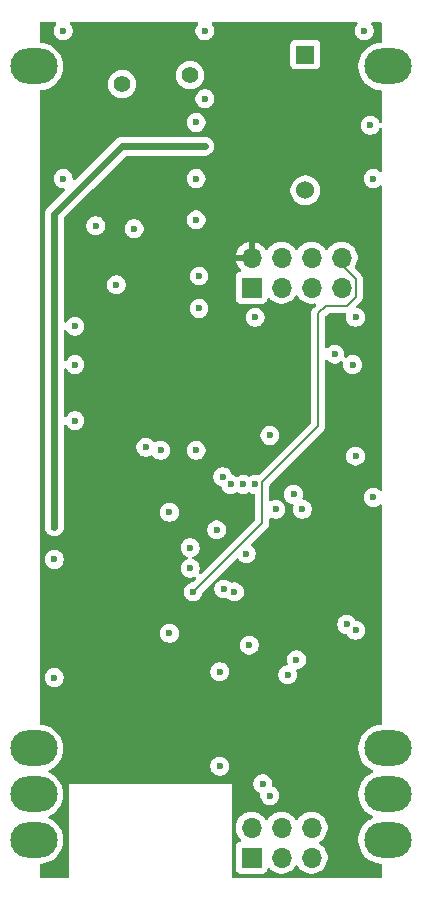
<source format=gbr>
%TF.GenerationSoftware,KiCad,Pcbnew,9.0.0*%
%TF.CreationDate,2025-03-25T21:02:03-05:00*%
%TF.ProjectId,ptSolar,7074536f-6c61-4722-9e6b-696361645f70,rev?*%
%TF.SameCoordinates,Original*%
%TF.FileFunction,Copper,L2,Inr*%
%TF.FilePolarity,Positive*%
%FSLAX46Y46*%
G04 Gerber Fmt 4.6, Leading zero omitted, Abs format (unit mm)*
G04 Created by KiCad (PCBNEW 9.0.0) date 2025-03-25 21:02:03*
%MOMM*%
%LPD*%
G01*
G04 APERTURE LIST*
%TA.AperFunction,ComponentPad*%
%ADD10O,4.000000X3.000000*%
%TD*%
%TA.AperFunction,ComponentPad*%
%ADD11C,1.400000*%
%TD*%
%TA.AperFunction,ComponentPad*%
%ADD12R,1.700000X1.700000*%
%TD*%
%TA.AperFunction,ComponentPad*%
%ADD13O,1.700000X1.700000*%
%TD*%
%TA.AperFunction,ComponentPad*%
%ADD14R,1.524000X1.524000*%
%TD*%
%TA.AperFunction,ComponentPad*%
%ADD15C,1.524000*%
%TD*%
%TA.AperFunction,ViaPad*%
%ADD16C,0.600000*%
%TD*%
%TA.AperFunction,Conductor*%
%ADD17C,0.600000*%
%TD*%
%TA.AperFunction,Conductor*%
%ADD18C,0.200000*%
%TD*%
G04 APERTURE END LIST*
D10*
%TO.N,Net-(D1-A)*%
%TO.C,PV1*%
X137250000Y-72000000D03*
%TO.N,GND*%
X137250000Y-129750000D03*
X137250000Y-133625000D03*
X137250000Y-137500000D03*
%TD*%
D11*
%TO.N,GND*%
%TO.C,ANT2b1*%
X150500000Y-72750000D03*
%TD*%
D10*
%TO.N,Net-(D2-A)*%
%TO.C,JPV2*%
X167250000Y-72000000D03*
%TO.N,GND*%
X167250000Y-129750000D03*
X167250000Y-133625000D03*
X167250000Y-137500000D03*
%TD*%
D11*
%TO.N,Net-(ANT2-In)*%
%TO.C,ANT2a1*%
X144750000Y-73500000D03*
%TD*%
D12*
%TO.N,/MISO*%
%TO.C,J1*%
X155700000Y-139000000D03*
D13*
%TO.N,+BATT*%
X155700000Y-136460000D03*
%TO.N,/SCK*%
X158240000Y-139000000D03*
%TO.N,/MOSI*%
X158240000Y-136460000D03*
%TO.N,/RESET*%
X160780000Y-139000000D03*
%TO.N,GND*%
X160780000Y-136460000D03*
%TD*%
D12*
%TO.N,Net-(J2-Pin_1)*%
%TO.C,J2*%
X155700000Y-90740000D03*
D13*
%TO.N,+3.3V*%
X155700000Y-88200000D03*
%TO.N,Net-(J2-Pin_3)*%
X158240000Y-90740000D03*
%TO.N,/SCL*%
X158240000Y-88200000D03*
%TO.N,GND*%
X160780000Y-90740000D03*
%TO.N,/SDA*%
X160780000Y-88200000D03*
%TO.N,/DIG-PTT*%
X163320000Y-90740000D03*
%TO.N,Net-(J2-Pin_8)*%
X163320000Y-88200000D03*
%TD*%
D14*
%TO.N,Net-(D1-K)*%
%TO.C,C1*%
X160250000Y-71000000D03*
D15*
%TO.N,GND*%
X160250000Y-82500000D03*
%TD*%
D16*
%TO.N,GND*%
X160000000Y-109500000D03*
%TO.N,Net-(C15-Pad2)*%
X164500000Y-119750000D03*
X159250000Y-108250000D03*
%TO.N,GND*%
X157250000Y-103250000D03*
%TO.N,+BATT*%
X139000000Y-105750000D03*
X139000000Y-96000000D03*
X151750000Y-78750000D03*
X166000000Y-81500000D03*
X139000000Y-100750000D03*
X166000000Y-108500000D03*
X139000000Y-111000000D03*
X139000000Y-92000000D03*
X139000000Y-88000000D03*
%TO.N,GND*%
X151000000Y-85000000D03*
X151000000Y-81500000D03*
X142500000Y-85500000D03*
X165250000Y-69000000D03*
X163750000Y-119250000D03*
X148750000Y-120000000D03*
X153000000Y-131250000D03*
X140750000Y-94000000D03*
X139750000Y-69000000D03*
X165750000Y-77000000D03*
X144250000Y-90500000D03*
X151250000Y-92500000D03*
X151750000Y-69000000D03*
X151250000Y-89750000D03*
X157750000Y-109500000D03*
X162750000Y-96360000D03*
X155250000Y-113250000D03*
X150500000Y-114500000D03*
X164500000Y-93250000D03*
X151000000Y-76750000D03*
X139000000Y-123750000D03*
X156000000Y-93250000D03*
X150500000Y-112750000D03*
X139000000Y-113750000D03*
X153000000Y-123250000D03*
%TO.N,/RESET*%
X156650000Y-132750000D03*
X152750000Y-111250000D03*
X155500000Y-121000000D03*
%TO.N,/MOSI*%
X157250000Y-133750000D03*
%TO.N,/SCL*%
X155000000Y-107400000D03*
%TO.N,/SDA*%
X156000000Y-107400000D03*
%TO.N,+3.3V*%
X163500000Y-135000000D03*
X151500000Y-114000000D03*
X158250000Y-118250000D03*
X148531250Y-86250000D03*
X146750000Y-120750000D03*
X146000000Y-106750000D03*
X146000000Y-97500000D03*
X146000000Y-102000000D03*
%TO.N,Net-(D1-K)*%
X139750000Y-81500000D03*
X151750000Y-74750000D03*
%TO.N,Net-(Q1-D)*%
X146750000Y-104250000D03*
%TO.N,Net-(Q3-D)*%
X140750000Y-97250000D03*
%TO.N,Net-(Q3-S)*%
X154250000Y-116500000D03*
X151000000Y-104500000D03*
%TO.N,Net-(U2-PD3)*%
X148750000Y-109750000D03*
X159500000Y-122250000D03*
%TO.N,Net-(U3-MIC-IN)*%
X158750000Y-123500000D03*
%TO.N,Net-(U3-ANTENNA)*%
X145750000Y-85750000D03*
%TO.N,Net-(J2-Pin_1)*%
X153925735Y-107400000D03*
%TO.N,Net-(J2-Pin_8)*%
X150750000Y-116500000D03*
%TO.N,Net-(J2-Pin_3)*%
X153250000Y-106750000D03*
%TO.N,Net-(Q2-D)*%
X140750000Y-102000000D03*
%TO.N,Net-(Q2-S)*%
X148000000Y-104500000D03*
X153350000Y-116250000D03*
%TO.N,Net-(Q4-C)*%
X164500000Y-105000000D03*
%TO.N,Net-(U3-HIGH{slash}LOW)*%
X164250000Y-97250000D03*
%TD*%
D17*
%TO.N,+BATT*%
X139000000Y-84500000D02*
X139000000Y-96000000D01*
X139000000Y-105750000D02*
X139000000Y-111000000D01*
X139000000Y-100750000D02*
X139000000Y-105750000D01*
X151750000Y-78750000D02*
X144750000Y-78750000D01*
X139000000Y-96000000D02*
X139000000Y-100750000D01*
X144750000Y-78750000D02*
X139000000Y-84500000D01*
D18*
%TO.N,/SCL*%
X158240000Y-88200000D02*
X158240000Y-88970000D01*
%TO.N,Net-(J2-Pin_8)*%
X156600000Y-110650000D02*
X150750000Y-116500000D01*
X156600000Y-107210122D02*
X156600000Y-110650000D01*
X163750000Y-92250000D02*
X162000000Y-92250000D01*
X161330000Y-102480122D02*
X156600000Y-107210122D01*
X163320000Y-88820000D02*
X164500000Y-90000000D01*
X162000000Y-92250000D02*
X161330000Y-92920000D01*
X164500000Y-91500000D02*
X163750000Y-92250000D01*
X164500000Y-90000000D02*
X164500000Y-91500000D01*
X163320000Y-88200000D02*
X163320000Y-88820000D01*
X161330000Y-92920000D02*
X161330000Y-102480122D01*
%TD*%
%TA.AperFunction,Conductor*%
%TO.N,+3.3V*%
G36*
X139135098Y-68270185D02*
G01*
X139180853Y-68322989D01*
X139190797Y-68392147D01*
X139161772Y-68455703D01*
X139155740Y-68462181D01*
X139128213Y-68489707D01*
X139128210Y-68489711D01*
X139040609Y-68620814D01*
X139040602Y-68620827D01*
X138980264Y-68766498D01*
X138980261Y-68766510D01*
X138949500Y-68921153D01*
X138949500Y-69078846D01*
X138980261Y-69233489D01*
X138980264Y-69233501D01*
X139040602Y-69379172D01*
X139040609Y-69379185D01*
X139128210Y-69510288D01*
X139128213Y-69510292D01*
X139239707Y-69621786D01*
X139239711Y-69621789D01*
X139370814Y-69709390D01*
X139370827Y-69709397D01*
X139454148Y-69743909D01*
X139516503Y-69769737D01*
X139671153Y-69800499D01*
X139671156Y-69800500D01*
X139671158Y-69800500D01*
X139828844Y-69800500D01*
X139828845Y-69800499D01*
X139983497Y-69769737D01*
X140129179Y-69709394D01*
X140260289Y-69621789D01*
X140371789Y-69510289D01*
X140459394Y-69379179D01*
X140519737Y-69233497D01*
X140550500Y-69078842D01*
X140550500Y-68921158D01*
X140550500Y-68921155D01*
X140550499Y-68921153D01*
X140519738Y-68766510D01*
X140519737Y-68766503D01*
X140519735Y-68766498D01*
X140459397Y-68620827D01*
X140459390Y-68620814D01*
X140371789Y-68489711D01*
X140371786Y-68489707D01*
X140344260Y-68462181D01*
X140310775Y-68400858D01*
X140315759Y-68331166D01*
X140357631Y-68275233D01*
X140423095Y-68250816D01*
X140431941Y-68250500D01*
X151068059Y-68250500D01*
X151135098Y-68270185D01*
X151180853Y-68322989D01*
X151190797Y-68392147D01*
X151161772Y-68455703D01*
X151155740Y-68462181D01*
X151128213Y-68489707D01*
X151128210Y-68489711D01*
X151040609Y-68620814D01*
X151040602Y-68620827D01*
X150980264Y-68766498D01*
X150980261Y-68766510D01*
X150949500Y-68921153D01*
X150949500Y-69078846D01*
X150980261Y-69233489D01*
X150980264Y-69233501D01*
X151040602Y-69379172D01*
X151040609Y-69379185D01*
X151128210Y-69510288D01*
X151128213Y-69510292D01*
X151239707Y-69621786D01*
X151239711Y-69621789D01*
X151370814Y-69709390D01*
X151370827Y-69709397D01*
X151454148Y-69743909D01*
X151516503Y-69769737D01*
X151671153Y-69800499D01*
X151671156Y-69800500D01*
X151671158Y-69800500D01*
X151828844Y-69800500D01*
X151828845Y-69800499D01*
X151983497Y-69769737D01*
X152129179Y-69709394D01*
X152260289Y-69621789D01*
X152371789Y-69510289D01*
X152459394Y-69379179D01*
X152519737Y-69233497D01*
X152550500Y-69078842D01*
X152550500Y-68921158D01*
X152550500Y-68921155D01*
X152550499Y-68921153D01*
X152519738Y-68766510D01*
X152519737Y-68766503D01*
X152519735Y-68766498D01*
X152459397Y-68620827D01*
X152459390Y-68620814D01*
X152371789Y-68489711D01*
X152371786Y-68489707D01*
X152344260Y-68462181D01*
X152310775Y-68400858D01*
X152315759Y-68331166D01*
X152357631Y-68275233D01*
X152423095Y-68250816D01*
X152431941Y-68250500D01*
X164568059Y-68250500D01*
X164635098Y-68270185D01*
X164680853Y-68322989D01*
X164690797Y-68392147D01*
X164661772Y-68455703D01*
X164655740Y-68462181D01*
X164628213Y-68489707D01*
X164628210Y-68489711D01*
X164540609Y-68620814D01*
X164540602Y-68620827D01*
X164480264Y-68766498D01*
X164480261Y-68766510D01*
X164449500Y-68921153D01*
X164449500Y-69078846D01*
X164480261Y-69233489D01*
X164480264Y-69233501D01*
X164540602Y-69379172D01*
X164540609Y-69379185D01*
X164628210Y-69510288D01*
X164628213Y-69510292D01*
X164739707Y-69621786D01*
X164739711Y-69621789D01*
X164870814Y-69709390D01*
X164870827Y-69709397D01*
X164954148Y-69743909D01*
X165016503Y-69769737D01*
X165171153Y-69800499D01*
X165171156Y-69800500D01*
X165171158Y-69800500D01*
X165328844Y-69800500D01*
X165328845Y-69800499D01*
X165483497Y-69769737D01*
X165629179Y-69709394D01*
X165760289Y-69621789D01*
X165871789Y-69510289D01*
X165959394Y-69379179D01*
X166019737Y-69233497D01*
X166050500Y-69078842D01*
X166050500Y-68921158D01*
X166050500Y-68921155D01*
X166050499Y-68921153D01*
X166019738Y-68766510D01*
X166019737Y-68766503D01*
X166019735Y-68766498D01*
X165959397Y-68620827D01*
X165959390Y-68620814D01*
X165871789Y-68489711D01*
X165871786Y-68489707D01*
X165844260Y-68462181D01*
X165810775Y-68400858D01*
X165815759Y-68331166D01*
X165857631Y-68275233D01*
X165923095Y-68250816D01*
X165931941Y-68250500D01*
X166625500Y-68250500D01*
X166692539Y-68270185D01*
X166738294Y-68322989D01*
X166749500Y-68374500D01*
X166749500Y-69875500D01*
X166729815Y-69942539D01*
X166677011Y-69988294D01*
X166625500Y-69999500D01*
X166618872Y-69999500D01*
X166387772Y-70029926D01*
X166358884Y-70033730D01*
X166105581Y-70101602D01*
X166105571Y-70101605D01*
X165863309Y-70201953D01*
X165863299Y-70201958D01*
X165636196Y-70333075D01*
X165428148Y-70492718D01*
X165242718Y-70678148D01*
X165083075Y-70886196D01*
X164951958Y-71113299D01*
X164951953Y-71113309D01*
X164851605Y-71355571D01*
X164851602Y-71355581D01*
X164791722Y-71579060D01*
X164783730Y-71608885D01*
X164749500Y-71868872D01*
X164749500Y-72131127D01*
X164766797Y-72262500D01*
X164783730Y-72391116D01*
X164851602Y-72644418D01*
X164851605Y-72644428D01*
X164951953Y-72886690D01*
X164951958Y-72886700D01*
X165083075Y-73113803D01*
X165242718Y-73321851D01*
X165242726Y-73321860D01*
X165428140Y-73507274D01*
X165428148Y-73507281D01*
X165636196Y-73666924D01*
X165863299Y-73798041D01*
X165863309Y-73798046D01*
X166019024Y-73862545D01*
X166105581Y-73898398D01*
X166358884Y-73966270D01*
X166618880Y-74000500D01*
X166625500Y-74000500D01*
X166692539Y-74020185D01*
X166738294Y-74072989D01*
X166749500Y-74124500D01*
X166749500Y-76697809D01*
X166729815Y-76764848D01*
X166677011Y-76810603D01*
X166607853Y-76820547D01*
X166544297Y-76791522D01*
X166510939Y-76745261D01*
X166459397Y-76620827D01*
X166459390Y-76620814D01*
X166371789Y-76489711D01*
X166371786Y-76489707D01*
X166260292Y-76378213D01*
X166260288Y-76378210D01*
X166129185Y-76290609D01*
X166129172Y-76290602D01*
X165983501Y-76230264D01*
X165983489Y-76230261D01*
X165828845Y-76199500D01*
X165828842Y-76199500D01*
X165671158Y-76199500D01*
X165671155Y-76199500D01*
X165516510Y-76230261D01*
X165516498Y-76230264D01*
X165370827Y-76290602D01*
X165370814Y-76290609D01*
X165239711Y-76378210D01*
X165239707Y-76378213D01*
X165128213Y-76489707D01*
X165128210Y-76489711D01*
X165040609Y-76620814D01*
X165040602Y-76620827D01*
X164980264Y-76766498D01*
X164980261Y-76766510D01*
X164949500Y-76921153D01*
X164949500Y-77078846D01*
X164980261Y-77233489D01*
X164980264Y-77233501D01*
X165040602Y-77379172D01*
X165040609Y-77379185D01*
X165128210Y-77510288D01*
X165128213Y-77510292D01*
X165239707Y-77621786D01*
X165239711Y-77621789D01*
X165370814Y-77709390D01*
X165370827Y-77709397D01*
X165516498Y-77769735D01*
X165516503Y-77769737D01*
X165671153Y-77800499D01*
X165671156Y-77800500D01*
X165671158Y-77800500D01*
X165828844Y-77800500D01*
X165828845Y-77800499D01*
X165983497Y-77769737D01*
X166129179Y-77709394D01*
X166260289Y-77621789D01*
X166371789Y-77510289D01*
X166459394Y-77379179D01*
X166508638Y-77260292D01*
X166510939Y-77254738D01*
X166554779Y-77200334D01*
X166621074Y-77178269D01*
X166688773Y-77195548D01*
X166736384Y-77246685D01*
X166749500Y-77302190D01*
X166749500Y-80818059D01*
X166729815Y-80885098D01*
X166677011Y-80930853D01*
X166607853Y-80940797D01*
X166544297Y-80911772D01*
X166537819Y-80905740D01*
X166510292Y-80878213D01*
X166510288Y-80878210D01*
X166379185Y-80790609D01*
X166379172Y-80790602D01*
X166233501Y-80730264D01*
X166233489Y-80730261D01*
X166078845Y-80699500D01*
X166078842Y-80699500D01*
X165921158Y-80699500D01*
X165921155Y-80699500D01*
X165766510Y-80730261D01*
X165766498Y-80730264D01*
X165620827Y-80790602D01*
X165620814Y-80790609D01*
X165489711Y-80878210D01*
X165489707Y-80878213D01*
X165378213Y-80989707D01*
X165378210Y-80989711D01*
X165290609Y-81120814D01*
X165290602Y-81120827D01*
X165230264Y-81266498D01*
X165230261Y-81266510D01*
X165199500Y-81421153D01*
X165199500Y-81578846D01*
X165230261Y-81733489D01*
X165230264Y-81733501D01*
X165290602Y-81879172D01*
X165290609Y-81879185D01*
X165378210Y-82010288D01*
X165378213Y-82010292D01*
X165489707Y-82121786D01*
X165489711Y-82121789D01*
X165620814Y-82209390D01*
X165620827Y-82209397D01*
X165766498Y-82269735D01*
X165766503Y-82269737D01*
X165921153Y-82300499D01*
X165921156Y-82300500D01*
X165921158Y-82300500D01*
X166078844Y-82300500D01*
X166078845Y-82300499D01*
X166233497Y-82269737D01*
X166379179Y-82209394D01*
X166510289Y-82121789D01*
X166510292Y-82121786D01*
X166537819Y-82094260D01*
X166599142Y-82060775D01*
X166668834Y-82065759D01*
X166724767Y-82107631D01*
X166749184Y-82173095D01*
X166749500Y-82181941D01*
X166749500Y-107818059D01*
X166729815Y-107885098D01*
X166677011Y-107930853D01*
X166607853Y-107940797D01*
X166544297Y-107911772D01*
X166537819Y-107905740D01*
X166510292Y-107878213D01*
X166510288Y-107878210D01*
X166379185Y-107790609D01*
X166379172Y-107790602D01*
X166233501Y-107730264D01*
X166233489Y-107730261D01*
X166078845Y-107699500D01*
X166078842Y-107699500D01*
X165921158Y-107699500D01*
X165921155Y-107699500D01*
X165766510Y-107730261D01*
X165766498Y-107730264D01*
X165620827Y-107790602D01*
X165620814Y-107790609D01*
X165489711Y-107878210D01*
X165489707Y-107878213D01*
X165378213Y-107989707D01*
X165378210Y-107989711D01*
X165290609Y-108120814D01*
X165290602Y-108120827D01*
X165230264Y-108266498D01*
X165230261Y-108266510D01*
X165199500Y-108421153D01*
X165199500Y-108578846D01*
X165230261Y-108733489D01*
X165230264Y-108733501D01*
X165290602Y-108879172D01*
X165290609Y-108879185D01*
X165378210Y-109010288D01*
X165378213Y-109010292D01*
X165489707Y-109121786D01*
X165489711Y-109121789D01*
X165620814Y-109209390D01*
X165620827Y-109209397D01*
X165694013Y-109239711D01*
X165766503Y-109269737D01*
X165921153Y-109300499D01*
X165921156Y-109300500D01*
X165921158Y-109300500D01*
X166078844Y-109300500D01*
X166078845Y-109300499D01*
X166233497Y-109269737D01*
X166379179Y-109209394D01*
X166510289Y-109121789D01*
X166511264Y-109120814D01*
X166537819Y-109094260D01*
X166599142Y-109060775D01*
X166668834Y-109065759D01*
X166724767Y-109107631D01*
X166749184Y-109173095D01*
X166749500Y-109181941D01*
X166749500Y-127625500D01*
X166729815Y-127692539D01*
X166677011Y-127738294D01*
X166625500Y-127749500D01*
X166618872Y-127749500D01*
X166387772Y-127779926D01*
X166358884Y-127783730D01*
X166105581Y-127851602D01*
X166105571Y-127851605D01*
X165863309Y-127951953D01*
X165863299Y-127951958D01*
X165636196Y-128083075D01*
X165428148Y-128242718D01*
X165242718Y-128428148D01*
X165083075Y-128636196D01*
X164951958Y-128863299D01*
X164951953Y-128863309D01*
X164851605Y-129105571D01*
X164851602Y-129105581D01*
X164783730Y-129358885D01*
X164749500Y-129618872D01*
X164749500Y-129881127D01*
X164776123Y-130083339D01*
X164783730Y-130141116D01*
X164851602Y-130394418D01*
X164851605Y-130394428D01*
X164951953Y-130636690D01*
X164951958Y-130636700D01*
X165083075Y-130863803D01*
X165242718Y-131071851D01*
X165242726Y-131071860D01*
X165428140Y-131257274D01*
X165428148Y-131257281D01*
X165636196Y-131416924D01*
X165863299Y-131548041D01*
X165863314Y-131548048D01*
X165923406Y-131572939D01*
X165977810Y-131616780D01*
X165999875Y-131683074D01*
X165982596Y-131750773D01*
X165931459Y-131798384D01*
X165923406Y-131802061D01*
X165863314Y-131826951D01*
X165863299Y-131826958D01*
X165636196Y-131958075D01*
X165428148Y-132117718D01*
X165242718Y-132303148D01*
X165083075Y-132511196D01*
X164951958Y-132738299D01*
X164951953Y-132738309D01*
X164851605Y-132980571D01*
X164851602Y-132980581D01*
X164811786Y-133129179D01*
X164783730Y-133233885D01*
X164749500Y-133493872D01*
X164749500Y-133756127D01*
X164776123Y-133958339D01*
X164783730Y-134016116D01*
X164851602Y-134269418D01*
X164851605Y-134269428D01*
X164951953Y-134511690D01*
X164951958Y-134511700D01*
X165083075Y-134738803D01*
X165242718Y-134946851D01*
X165242726Y-134946860D01*
X165428140Y-135132274D01*
X165428148Y-135132281D01*
X165636196Y-135291924D01*
X165863299Y-135423041D01*
X165863314Y-135423048D01*
X165923406Y-135447939D01*
X165977810Y-135491780D01*
X165999875Y-135558074D01*
X165982596Y-135625773D01*
X165931459Y-135673384D01*
X165923406Y-135677061D01*
X165863314Y-135701951D01*
X165863299Y-135701958D01*
X165636196Y-135833075D01*
X165428148Y-135992718D01*
X165242718Y-136178148D01*
X165083075Y-136386196D01*
X164951958Y-136613299D01*
X164951953Y-136613309D01*
X164851605Y-136855571D01*
X164851602Y-136855581D01*
X164783898Y-137108259D01*
X164783730Y-137108885D01*
X164749500Y-137368872D01*
X164749500Y-137631127D01*
X164776123Y-137833339D01*
X164783730Y-137891116D01*
X164845115Y-138120208D01*
X164851602Y-138144418D01*
X164851605Y-138144428D01*
X164951953Y-138386690D01*
X164951958Y-138386700D01*
X165083075Y-138613803D01*
X165242718Y-138821851D01*
X165242726Y-138821860D01*
X165428140Y-139007274D01*
X165428148Y-139007281D01*
X165636196Y-139166924D01*
X165863299Y-139298041D01*
X165863309Y-139298046D01*
X166105571Y-139398394D01*
X166105581Y-139398398D01*
X166358884Y-139466270D01*
X166618880Y-139500500D01*
X166625500Y-139500500D01*
X166692539Y-139520185D01*
X166738294Y-139572989D01*
X166749500Y-139624500D01*
X166749500Y-140625500D01*
X166729815Y-140692539D01*
X166677011Y-140738294D01*
X166625500Y-140749500D01*
X154124000Y-140749500D01*
X154056961Y-140729815D01*
X154011206Y-140677011D01*
X154000000Y-140625500D01*
X154000000Y-136353713D01*
X154349500Y-136353713D01*
X154349500Y-136566287D01*
X154382754Y-136776243D01*
X154408529Y-136855571D01*
X154448444Y-136978414D01*
X154544951Y-137167820D01*
X154669890Y-137339786D01*
X154783430Y-137453326D01*
X154816915Y-137514649D01*
X154811931Y-137584341D01*
X154770059Y-137640274D01*
X154739083Y-137657189D01*
X154607669Y-137706203D01*
X154607664Y-137706206D01*
X154492455Y-137792452D01*
X154492452Y-137792455D01*
X154406206Y-137907664D01*
X154406202Y-137907671D01*
X154355908Y-138042517D01*
X154349501Y-138102116D01*
X154349500Y-138102135D01*
X154349500Y-139897870D01*
X154349501Y-139897876D01*
X154355908Y-139957483D01*
X154406202Y-140092328D01*
X154406206Y-140092335D01*
X154492452Y-140207544D01*
X154492455Y-140207547D01*
X154607664Y-140293793D01*
X154607671Y-140293797D01*
X154742517Y-140344091D01*
X154742516Y-140344091D01*
X154749444Y-140344835D01*
X154802127Y-140350500D01*
X156597872Y-140350499D01*
X156657483Y-140344091D01*
X156792331Y-140293796D01*
X156907546Y-140207546D01*
X156993796Y-140092331D01*
X157042810Y-139960916D01*
X157084681Y-139904984D01*
X157150145Y-139880566D01*
X157218418Y-139895417D01*
X157246673Y-139916569D01*
X157360213Y-140030109D01*
X157532179Y-140155048D01*
X157532181Y-140155049D01*
X157532184Y-140155051D01*
X157721588Y-140251557D01*
X157923757Y-140317246D01*
X158133713Y-140350500D01*
X158133714Y-140350500D01*
X158346286Y-140350500D01*
X158346287Y-140350500D01*
X158556243Y-140317246D01*
X158758412Y-140251557D01*
X158947816Y-140155051D01*
X159034138Y-140092335D01*
X159119786Y-140030109D01*
X159119788Y-140030106D01*
X159119792Y-140030104D01*
X159270104Y-139879792D01*
X159270106Y-139879788D01*
X159270109Y-139879786D01*
X159395048Y-139707820D01*
X159395047Y-139707820D01*
X159395051Y-139707816D01*
X159399514Y-139699054D01*
X159447488Y-139648259D01*
X159515308Y-139631463D01*
X159581444Y-139653999D01*
X159620486Y-139699056D01*
X159624951Y-139707820D01*
X159749890Y-139879786D01*
X159900213Y-140030109D01*
X160072179Y-140155048D01*
X160072181Y-140155049D01*
X160072184Y-140155051D01*
X160261588Y-140251557D01*
X160463757Y-140317246D01*
X160673713Y-140350500D01*
X160673714Y-140350500D01*
X160886286Y-140350500D01*
X160886287Y-140350500D01*
X161096243Y-140317246D01*
X161298412Y-140251557D01*
X161487816Y-140155051D01*
X161574138Y-140092335D01*
X161659786Y-140030109D01*
X161659788Y-140030106D01*
X161659792Y-140030104D01*
X161810104Y-139879792D01*
X161810106Y-139879788D01*
X161810109Y-139879786D01*
X161935048Y-139707820D01*
X161935047Y-139707820D01*
X161935051Y-139707816D01*
X162031557Y-139518412D01*
X162097246Y-139316243D01*
X162130500Y-139106287D01*
X162130500Y-138893713D01*
X162097246Y-138683757D01*
X162031557Y-138481588D01*
X161935051Y-138292184D01*
X161935049Y-138292181D01*
X161935048Y-138292179D01*
X161810109Y-138120213D01*
X161659786Y-137969890D01*
X161487820Y-137844951D01*
X161487115Y-137844591D01*
X161479054Y-137840485D01*
X161428259Y-137792512D01*
X161411463Y-137724692D01*
X161433999Y-137658556D01*
X161479054Y-137619515D01*
X161487816Y-137615051D01*
X161577554Y-137549853D01*
X161659786Y-137490109D01*
X161659788Y-137490106D01*
X161659792Y-137490104D01*
X161810104Y-137339792D01*
X161810106Y-137339788D01*
X161810109Y-137339786D01*
X161935048Y-137167820D01*
X161935047Y-137167820D01*
X161935051Y-137167816D01*
X162031557Y-136978412D01*
X162097246Y-136776243D01*
X162130500Y-136566287D01*
X162130500Y-136353713D01*
X162097246Y-136143757D01*
X162031557Y-135941588D01*
X161935051Y-135752184D01*
X161935049Y-135752181D01*
X161935048Y-135752179D01*
X161810109Y-135580213D01*
X161659786Y-135429890D01*
X161487820Y-135304951D01*
X161298414Y-135208444D01*
X161298413Y-135208443D01*
X161298412Y-135208443D01*
X161096243Y-135142754D01*
X161096241Y-135142753D01*
X161096240Y-135142753D01*
X160934957Y-135117208D01*
X160886287Y-135109500D01*
X160673713Y-135109500D01*
X160625042Y-135117208D01*
X160463760Y-135142753D01*
X160261585Y-135208444D01*
X160072179Y-135304951D01*
X159900213Y-135429890D01*
X159749890Y-135580213D01*
X159624949Y-135752182D01*
X159620484Y-135760946D01*
X159572509Y-135811742D01*
X159504688Y-135828536D01*
X159438553Y-135805998D01*
X159399516Y-135760946D01*
X159395050Y-135752182D01*
X159270109Y-135580213D01*
X159119786Y-135429890D01*
X158947820Y-135304951D01*
X158758414Y-135208444D01*
X158758413Y-135208443D01*
X158758412Y-135208443D01*
X158556243Y-135142754D01*
X158556241Y-135142753D01*
X158556240Y-135142753D01*
X158394957Y-135117208D01*
X158346287Y-135109500D01*
X158133713Y-135109500D01*
X158085042Y-135117208D01*
X157923760Y-135142753D01*
X157721585Y-135208444D01*
X157532179Y-135304951D01*
X157360213Y-135429890D01*
X157209890Y-135580213D01*
X157084949Y-135752182D01*
X157080484Y-135760946D01*
X157032509Y-135811742D01*
X156964688Y-135828536D01*
X156898553Y-135805998D01*
X156859516Y-135760946D01*
X156855050Y-135752182D01*
X156730109Y-135580213D01*
X156579786Y-135429890D01*
X156407820Y-135304951D01*
X156218414Y-135208444D01*
X156218413Y-135208443D01*
X156218412Y-135208443D01*
X156016243Y-135142754D01*
X156016241Y-135142753D01*
X156016240Y-135142753D01*
X155854957Y-135117208D01*
X155806287Y-135109500D01*
X155593713Y-135109500D01*
X155545042Y-135117208D01*
X155383760Y-135142753D01*
X155181585Y-135208444D01*
X154992179Y-135304951D01*
X154820213Y-135429890D01*
X154669890Y-135580213D01*
X154544951Y-135752179D01*
X154448444Y-135941585D01*
X154382753Y-136143760D01*
X154349500Y-136353713D01*
X154000000Y-136353713D01*
X154000000Y-132750000D01*
X140250000Y-132750000D01*
X140250000Y-140625500D01*
X140230315Y-140692539D01*
X140177511Y-140738294D01*
X140126000Y-140749500D01*
X137874500Y-140749500D01*
X137807461Y-140729815D01*
X137761706Y-140677011D01*
X137750500Y-140625500D01*
X137750500Y-139624500D01*
X137770185Y-139557461D01*
X137822989Y-139511706D01*
X137874500Y-139500500D01*
X137881113Y-139500500D01*
X137881120Y-139500500D01*
X138141116Y-139466270D01*
X138394419Y-139398398D01*
X138636697Y-139298043D01*
X138863803Y-139166924D01*
X139071851Y-139007282D01*
X139071855Y-139007277D01*
X139071860Y-139007274D01*
X139257274Y-138821860D01*
X139257277Y-138821855D01*
X139257282Y-138821851D01*
X139416924Y-138613803D01*
X139548043Y-138386697D01*
X139648398Y-138144419D01*
X139716270Y-137891116D01*
X139750500Y-137631120D01*
X139750500Y-137368880D01*
X139716270Y-137108884D01*
X139648398Y-136855581D01*
X139615535Y-136776243D01*
X139548046Y-136613309D01*
X139548041Y-136613299D01*
X139416924Y-136386196D01*
X139257281Y-136178148D01*
X139257274Y-136178140D01*
X139071860Y-135992726D01*
X139071851Y-135992718D01*
X138863803Y-135833075D01*
X138636700Y-135701958D01*
X138636685Y-135701951D01*
X138576594Y-135677061D01*
X138522190Y-135633220D01*
X138500125Y-135566926D01*
X138517404Y-135499227D01*
X138568541Y-135451616D01*
X138576594Y-135447939D01*
X138636685Y-135423048D01*
X138636685Y-135423047D01*
X138636697Y-135423043D01*
X138863803Y-135291924D01*
X139071851Y-135132282D01*
X139071855Y-135132277D01*
X139071860Y-135132274D01*
X139257274Y-134946860D01*
X139257277Y-134946855D01*
X139257282Y-134946851D01*
X139416924Y-134738803D01*
X139548043Y-134511697D01*
X139648398Y-134269419D01*
X139716270Y-134016116D01*
X139750500Y-133756120D01*
X139750500Y-133493880D01*
X139716270Y-133233884D01*
X139648398Y-132980581D01*
X139608773Y-132884917D01*
X139548046Y-132738309D01*
X139548041Y-132738299D01*
X139509275Y-132671153D01*
X155849500Y-132671153D01*
X155849500Y-132828846D01*
X155880261Y-132983489D01*
X155880264Y-132983501D01*
X155940602Y-133129172D01*
X155940609Y-133129185D01*
X156028210Y-133260288D01*
X156028213Y-133260292D01*
X156139707Y-133371786D01*
X156139711Y-133371789D01*
X156270814Y-133459390D01*
X156270827Y-133459397D01*
X156380796Y-133504947D01*
X156435200Y-133548787D01*
X156457265Y-133615081D01*
X156454962Y-133643698D01*
X156449500Y-133671159D01*
X156449500Y-133828846D01*
X156480261Y-133983489D01*
X156480264Y-133983501D01*
X156540602Y-134129172D01*
X156540609Y-134129185D01*
X156628210Y-134260288D01*
X156628213Y-134260292D01*
X156739707Y-134371786D01*
X156739711Y-134371789D01*
X156870814Y-134459390D01*
X156870827Y-134459397D01*
X156997100Y-134511700D01*
X157016503Y-134519737D01*
X157171153Y-134550499D01*
X157171156Y-134550500D01*
X157171158Y-134550500D01*
X157328844Y-134550500D01*
X157328845Y-134550499D01*
X157483497Y-134519737D01*
X157629179Y-134459394D01*
X157760289Y-134371789D01*
X157871789Y-134260289D01*
X157959394Y-134129179D01*
X158019737Y-133983497D01*
X158050500Y-133828842D01*
X158050500Y-133671158D01*
X158050500Y-133671155D01*
X158050499Y-133671153D01*
X158045038Y-133643698D01*
X158019737Y-133516503D01*
X157959794Y-133371786D01*
X157959397Y-133370827D01*
X157959390Y-133370814D01*
X157871789Y-133239711D01*
X157871786Y-133239707D01*
X157760292Y-133128213D01*
X157760288Y-133128210D01*
X157629185Y-133040609D01*
X157629176Y-133040604D01*
X157519202Y-132995052D01*
X157464799Y-132951211D01*
X157442734Y-132884917D01*
X157445037Y-132856303D01*
X157450500Y-132828842D01*
X157450500Y-132671158D01*
X157450500Y-132671155D01*
X157450499Y-132671153D01*
X157419738Y-132516510D01*
X157419737Y-132516503D01*
X157417539Y-132511196D01*
X157359397Y-132370827D01*
X157359390Y-132370814D01*
X157271789Y-132239711D01*
X157271786Y-132239707D01*
X157160292Y-132128213D01*
X157160288Y-132128210D01*
X157029185Y-132040609D01*
X157029172Y-132040602D01*
X156883501Y-131980264D01*
X156883489Y-131980261D01*
X156728845Y-131949500D01*
X156728842Y-131949500D01*
X156571158Y-131949500D01*
X156571155Y-131949500D01*
X156416510Y-131980261D01*
X156416498Y-131980264D01*
X156270827Y-132040602D01*
X156270814Y-132040609D01*
X156139711Y-132128210D01*
X156139707Y-132128213D01*
X156028213Y-132239707D01*
X156028210Y-132239711D01*
X155940609Y-132370814D01*
X155940602Y-132370827D01*
X155880264Y-132516498D01*
X155880261Y-132516510D01*
X155849500Y-132671153D01*
X139509275Y-132671153D01*
X139416924Y-132511196D01*
X139257281Y-132303148D01*
X139257274Y-132303140D01*
X139071860Y-132117726D01*
X139071851Y-132117718D01*
X138863803Y-131958075D01*
X138636700Y-131826958D01*
X138636685Y-131826951D01*
X138576594Y-131802061D01*
X138522190Y-131758220D01*
X138500125Y-131691926D01*
X138517404Y-131624227D01*
X138568541Y-131576616D01*
X138576594Y-131572939D01*
X138636685Y-131548048D01*
X138636685Y-131548047D01*
X138636697Y-131548043D01*
X138863803Y-131416924D01*
X139071851Y-131257282D01*
X139071855Y-131257277D01*
X139071860Y-131257274D01*
X139157981Y-131171153D01*
X152199500Y-131171153D01*
X152199500Y-131328846D01*
X152230261Y-131483489D01*
X152230264Y-131483501D01*
X152290602Y-131629172D01*
X152290609Y-131629185D01*
X152378210Y-131760288D01*
X152378213Y-131760292D01*
X152489707Y-131871786D01*
X152489711Y-131871789D01*
X152620814Y-131959390D01*
X152620827Y-131959397D01*
X152766498Y-132019735D01*
X152766503Y-132019737D01*
X152921153Y-132050499D01*
X152921156Y-132050500D01*
X152921158Y-132050500D01*
X153078844Y-132050500D01*
X153078845Y-132050499D01*
X153233497Y-132019737D01*
X153379179Y-131959394D01*
X153510289Y-131871789D01*
X153621789Y-131760289D01*
X153709394Y-131629179D01*
X153769737Y-131483497D01*
X153800500Y-131328842D01*
X153800500Y-131171158D01*
X153800500Y-131171155D01*
X153800499Y-131171153D01*
X153769738Y-131016510D01*
X153769737Y-131016503D01*
X153769735Y-131016498D01*
X153709397Y-130870827D01*
X153709390Y-130870814D01*
X153621789Y-130739711D01*
X153621786Y-130739707D01*
X153510292Y-130628213D01*
X153510288Y-130628210D01*
X153379185Y-130540609D01*
X153379172Y-130540602D01*
X153233501Y-130480264D01*
X153233489Y-130480261D01*
X153078845Y-130449500D01*
X153078842Y-130449500D01*
X152921158Y-130449500D01*
X152921155Y-130449500D01*
X152766510Y-130480261D01*
X152766498Y-130480264D01*
X152620827Y-130540602D01*
X152620814Y-130540609D01*
X152489711Y-130628210D01*
X152489707Y-130628213D01*
X152378213Y-130739707D01*
X152378210Y-130739711D01*
X152290609Y-130870814D01*
X152290602Y-130870827D01*
X152230264Y-131016498D01*
X152230261Y-131016510D01*
X152199500Y-131171153D01*
X139157981Y-131171153D01*
X139257274Y-131071860D01*
X139257277Y-131071855D01*
X139257282Y-131071851D01*
X139416924Y-130863803D01*
X139548043Y-130636697D01*
X139551559Y-130628210D01*
X139612841Y-130480261D01*
X139648398Y-130394419D01*
X139716270Y-130141116D01*
X139750500Y-129881120D01*
X139750500Y-129618880D01*
X139716270Y-129358884D01*
X139648398Y-129105581D01*
X139648394Y-129105571D01*
X139548046Y-128863309D01*
X139548041Y-128863299D01*
X139416924Y-128636196D01*
X139257281Y-128428148D01*
X139257274Y-128428140D01*
X139071860Y-128242726D01*
X139071851Y-128242718D01*
X138863803Y-128083075D01*
X138636700Y-127951958D01*
X138636690Y-127951953D01*
X138394428Y-127851605D01*
X138394421Y-127851603D01*
X138394419Y-127851602D01*
X138141116Y-127783730D01*
X138083339Y-127776123D01*
X137881127Y-127749500D01*
X137881120Y-127749500D01*
X137874500Y-127749500D01*
X137807461Y-127729815D01*
X137761706Y-127677011D01*
X137750500Y-127625500D01*
X137750500Y-123671153D01*
X138199500Y-123671153D01*
X138199500Y-123828846D01*
X138230261Y-123983489D01*
X138230264Y-123983501D01*
X138290602Y-124129172D01*
X138290609Y-124129185D01*
X138378210Y-124260288D01*
X138378213Y-124260292D01*
X138489707Y-124371786D01*
X138489711Y-124371789D01*
X138620814Y-124459390D01*
X138620827Y-124459397D01*
X138766498Y-124519735D01*
X138766503Y-124519737D01*
X138921153Y-124550499D01*
X138921156Y-124550500D01*
X138921158Y-124550500D01*
X139078844Y-124550500D01*
X139078845Y-124550499D01*
X139233497Y-124519737D01*
X139379179Y-124459394D01*
X139510289Y-124371789D01*
X139621789Y-124260289D01*
X139709394Y-124129179D01*
X139769737Y-123983497D01*
X139800500Y-123828842D01*
X139800500Y-123671158D01*
X139800500Y-123671155D01*
X139800499Y-123671153D01*
X139769738Y-123516510D01*
X139769737Y-123516503D01*
X139717701Y-123390875D01*
X139709397Y-123370827D01*
X139709390Y-123370814D01*
X139621790Y-123239712D01*
X139621784Y-123239705D01*
X139553232Y-123171153D01*
X152199500Y-123171153D01*
X152199500Y-123328846D01*
X152230261Y-123483489D01*
X152230264Y-123483501D01*
X152290602Y-123629172D01*
X152290609Y-123629185D01*
X152378210Y-123760288D01*
X152378213Y-123760292D01*
X152489707Y-123871786D01*
X152489711Y-123871789D01*
X152620814Y-123959390D01*
X152620827Y-123959397D01*
X152766498Y-124019735D01*
X152766503Y-124019737D01*
X152921153Y-124050499D01*
X152921156Y-124050500D01*
X152921158Y-124050500D01*
X153078844Y-124050500D01*
X153078845Y-124050499D01*
X153233497Y-124019737D01*
X153379179Y-123959394D01*
X153510289Y-123871789D01*
X153621789Y-123760289D01*
X153709394Y-123629179D01*
X153769737Y-123483497D01*
X153782138Y-123421153D01*
X157949500Y-123421153D01*
X157949500Y-123578846D01*
X157980261Y-123733489D01*
X157980264Y-123733501D01*
X158040602Y-123879172D01*
X158040609Y-123879185D01*
X158128210Y-124010288D01*
X158128213Y-124010292D01*
X158239707Y-124121786D01*
X158239711Y-124121789D01*
X158370814Y-124209390D01*
X158370827Y-124209397D01*
X158516498Y-124269735D01*
X158516503Y-124269737D01*
X158671153Y-124300499D01*
X158671156Y-124300500D01*
X158671158Y-124300500D01*
X158828844Y-124300500D01*
X158828845Y-124300499D01*
X158983497Y-124269737D01*
X159129179Y-124209394D01*
X159260289Y-124121789D01*
X159371789Y-124010289D01*
X159459394Y-123879179D01*
X159519737Y-123733497D01*
X159550500Y-123578842D01*
X159550500Y-123421158D01*
X159550500Y-123421155D01*
X159550499Y-123421153D01*
X159519738Y-123266510D01*
X159519737Y-123266503D01*
X159499395Y-123217394D01*
X159491927Y-123147928D01*
X159523202Y-123085449D01*
X159583290Y-123049796D01*
X159589766Y-123048327D01*
X159733497Y-123019737D01*
X159879179Y-122959394D01*
X160010289Y-122871789D01*
X160121789Y-122760289D01*
X160209394Y-122629179D01*
X160269737Y-122483497D01*
X160300500Y-122328842D01*
X160300500Y-122171158D01*
X160300500Y-122171155D01*
X160300499Y-122171153D01*
X160269738Y-122016510D01*
X160269737Y-122016503D01*
X160269735Y-122016498D01*
X160209397Y-121870827D01*
X160209390Y-121870814D01*
X160121789Y-121739711D01*
X160121786Y-121739707D01*
X160010292Y-121628213D01*
X160010288Y-121628210D01*
X159879185Y-121540609D01*
X159879172Y-121540602D01*
X159733501Y-121480264D01*
X159733489Y-121480261D01*
X159578845Y-121449500D01*
X159578842Y-121449500D01*
X159421158Y-121449500D01*
X159421155Y-121449500D01*
X159266510Y-121480261D01*
X159266498Y-121480264D01*
X159120827Y-121540602D01*
X159120814Y-121540609D01*
X158989711Y-121628210D01*
X158989707Y-121628213D01*
X158878213Y-121739707D01*
X158878210Y-121739711D01*
X158790609Y-121870814D01*
X158790602Y-121870827D01*
X158730264Y-122016498D01*
X158730261Y-122016510D01*
X158699500Y-122171153D01*
X158699500Y-122328846D01*
X158730261Y-122483489D01*
X158730264Y-122483501D01*
X158750603Y-122532603D01*
X158758072Y-122602072D01*
X158726797Y-122664551D01*
X158666708Y-122700203D01*
X158660234Y-122701672D01*
X158516508Y-122730261D01*
X158516498Y-122730264D01*
X158370827Y-122790602D01*
X158370814Y-122790609D01*
X158239711Y-122878210D01*
X158239707Y-122878213D01*
X158128213Y-122989707D01*
X158128210Y-122989711D01*
X158040609Y-123120814D01*
X158040602Y-123120827D01*
X157980264Y-123266498D01*
X157980261Y-123266510D01*
X157949500Y-123421153D01*
X153782138Y-123421153D01*
X153792151Y-123370814D01*
X153800500Y-123328844D01*
X153800500Y-123171155D01*
X153800499Y-123171153D01*
X153774531Y-123040606D01*
X153769737Y-123016503D01*
X153769735Y-123016498D01*
X153709397Y-122870827D01*
X153709390Y-122870814D01*
X153621789Y-122739711D01*
X153621786Y-122739707D01*
X153510292Y-122628213D01*
X153510288Y-122628210D01*
X153379185Y-122540609D01*
X153379172Y-122540602D01*
X153233501Y-122480264D01*
X153233489Y-122480261D01*
X153078845Y-122449500D01*
X153078842Y-122449500D01*
X152921158Y-122449500D01*
X152921155Y-122449500D01*
X152766510Y-122480261D01*
X152766498Y-122480264D01*
X152620827Y-122540602D01*
X152620814Y-122540609D01*
X152489711Y-122628210D01*
X152489707Y-122628213D01*
X152378213Y-122739707D01*
X152378210Y-122739711D01*
X152290609Y-122870814D01*
X152290602Y-122870827D01*
X152230264Y-123016498D01*
X152230261Y-123016510D01*
X152199500Y-123171153D01*
X139553232Y-123171153D01*
X139510292Y-123128213D01*
X139510288Y-123128210D01*
X139379185Y-123040609D01*
X139379172Y-123040602D01*
X139233501Y-122980264D01*
X139233489Y-122980261D01*
X139078845Y-122949500D01*
X139078842Y-122949500D01*
X138921158Y-122949500D01*
X138921155Y-122949500D01*
X138766510Y-122980261D01*
X138766498Y-122980264D01*
X138620827Y-123040602D01*
X138620814Y-123040609D01*
X138489711Y-123128210D01*
X138489707Y-123128213D01*
X138378213Y-123239707D01*
X138378210Y-123239711D01*
X138290609Y-123370814D01*
X138290602Y-123370827D01*
X138230264Y-123516498D01*
X138230261Y-123516510D01*
X138199500Y-123671153D01*
X137750500Y-123671153D01*
X137750500Y-120921153D01*
X154699500Y-120921153D01*
X154699500Y-121078846D01*
X154730261Y-121233489D01*
X154730264Y-121233501D01*
X154790602Y-121379172D01*
X154790609Y-121379185D01*
X154878210Y-121510288D01*
X154878213Y-121510292D01*
X154989707Y-121621786D01*
X154989711Y-121621789D01*
X155120814Y-121709390D01*
X155120827Y-121709397D01*
X155194013Y-121739711D01*
X155266503Y-121769737D01*
X155421153Y-121800499D01*
X155421156Y-121800500D01*
X155421158Y-121800500D01*
X155578844Y-121800500D01*
X155578845Y-121800499D01*
X155733497Y-121769737D01*
X155879179Y-121709394D01*
X156010289Y-121621789D01*
X156121789Y-121510289D01*
X156209394Y-121379179D01*
X156269737Y-121233497D01*
X156300500Y-121078842D01*
X156300500Y-120921158D01*
X156300500Y-120921155D01*
X156300499Y-120921153D01*
X156269738Y-120766510D01*
X156269737Y-120766503D01*
X156209794Y-120621786D01*
X156209397Y-120620827D01*
X156209390Y-120620814D01*
X156121789Y-120489711D01*
X156121786Y-120489707D01*
X156010292Y-120378213D01*
X156010288Y-120378210D01*
X155879185Y-120290609D01*
X155879172Y-120290602D01*
X155733501Y-120230264D01*
X155733489Y-120230261D01*
X155578845Y-120199500D01*
X155578842Y-120199500D01*
X155421158Y-120199500D01*
X155421155Y-120199500D01*
X155266510Y-120230261D01*
X155266498Y-120230264D01*
X155120827Y-120290602D01*
X155120814Y-120290609D01*
X154989711Y-120378210D01*
X154989707Y-120378213D01*
X154878213Y-120489707D01*
X154878210Y-120489711D01*
X154790609Y-120620814D01*
X154790602Y-120620827D01*
X154730264Y-120766498D01*
X154730261Y-120766510D01*
X154699500Y-120921153D01*
X137750500Y-120921153D01*
X137750500Y-119921153D01*
X147949500Y-119921153D01*
X147949500Y-120078846D01*
X147980261Y-120233489D01*
X147980264Y-120233501D01*
X148040602Y-120379172D01*
X148040609Y-120379185D01*
X148128210Y-120510288D01*
X148128213Y-120510292D01*
X148239707Y-120621786D01*
X148239711Y-120621789D01*
X148370814Y-120709390D01*
X148370827Y-120709397D01*
X148508683Y-120766498D01*
X148516503Y-120769737D01*
X148671153Y-120800499D01*
X148671156Y-120800500D01*
X148671158Y-120800500D01*
X148828844Y-120800500D01*
X148828845Y-120800499D01*
X148839179Y-120798443D01*
X148864287Y-120793450D01*
X148864292Y-120793449D01*
X148949800Y-120776439D01*
X148983497Y-120769737D01*
X149129179Y-120709394D01*
X149260289Y-120621789D01*
X149371789Y-120510289D01*
X149459394Y-120379179D01*
X149519737Y-120233497D01*
X149550500Y-120078842D01*
X149550500Y-119921158D01*
X149550500Y-119921155D01*
X149550499Y-119921153D01*
X149519738Y-119766510D01*
X149519737Y-119766503D01*
X149480242Y-119671153D01*
X149459397Y-119620827D01*
X149459390Y-119620814D01*
X149371789Y-119489711D01*
X149371786Y-119489707D01*
X149260292Y-119378213D01*
X149260288Y-119378210D01*
X149129185Y-119290609D01*
X149129173Y-119290602D01*
X149102674Y-119279627D01*
X148983501Y-119230264D01*
X148983489Y-119230261D01*
X148828845Y-119199500D01*
X148828842Y-119199500D01*
X148671158Y-119199500D01*
X148671155Y-119199500D01*
X148516510Y-119230261D01*
X148516498Y-119230264D01*
X148370827Y-119290602D01*
X148370814Y-119290609D01*
X148239711Y-119378210D01*
X148239707Y-119378213D01*
X148128213Y-119489707D01*
X148128210Y-119489711D01*
X148040609Y-119620814D01*
X148040602Y-119620827D01*
X147980264Y-119766498D01*
X147980261Y-119766510D01*
X147949500Y-119921153D01*
X137750500Y-119921153D01*
X137750500Y-119171153D01*
X162949500Y-119171153D01*
X162949500Y-119328846D01*
X162980261Y-119483489D01*
X162980264Y-119483501D01*
X163040602Y-119629172D01*
X163040609Y-119629185D01*
X163128210Y-119760288D01*
X163128213Y-119760292D01*
X163239707Y-119871786D01*
X163239711Y-119871789D01*
X163370814Y-119959390D01*
X163370827Y-119959397D01*
X163516498Y-120019735D01*
X163516503Y-120019737D01*
X163671153Y-120050499D01*
X163671156Y-120050500D01*
X163671158Y-120050500D01*
X163675162Y-120050500D01*
X163677183Y-120051093D01*
X163677218Y-120051097D01*
X163677217Y-120051103D01*
X163742201Y-120070185D01*
X163787956Y-120122989D01*
X163789715Y-120127029D01*
X163790606Y-120129179D01*
X163790607Y-120129180D01*
X163790609Y-120129185D01*
X163878210Y-120260288D01*
X163878213Y-120260292D01*
X163989707Y-120371786D01*
X163989711Y-120371789D01*
X164120814Y-120459390D01*
X164120827Y-120459397D01*
X164266498Y-120519735D01*
X164266503Y-120519737D01*
X164421153Y-120550499D01*
X164421156Y-120550500D01*
X164421158Y-120550500D01*
X164578844Y-120550500D01*
X164578845Y-120550499D01*
X164733497Y-120519737D01*
X164879179Y-120459394D01*
X165010289Y-120371789D01*
X165121789Y-120260289D01*
X165209394Y-120129179D01*
X165210276Y-120127051D01*
X165241984Y-120050499D01*
X165269737Y-119983497D01*
X165300500Y-119828842D01*
X165300500Y-119671158D01*
X165300500Y-119671155D01*
X165300499Y-119671153D01*
X165269738Y-119516510D01*
X165269737Y-119516503D01*
X165269735Y-119516498D01*
X165209397Y-119370827D01*
X165209390Y-119370814D01*
X165121789Y-119239711D01*
X165121786Y-119239707D01*
X165010292Y-119128213D01*
X165010288Y-119128210D01*
X164879185Y-119040609D01*
X164879172Y-119040602D01*
X164733501Y-118980264D01*
X164733489Y-118980261D01*
X164578845Y-118949500D01*
X164578842Y-118949500D01*
X164574838Y-118949500D01*
X164572816Y-118948906D01*
X164572782Y-118948903D01*
X164572782Y-118948896D01*
X164507799Y-118929815D01*
X164462044Y-118877011D01*
X164460275Y-118872949D01*
X164459394Y-118870821D01*
X164459391Y-118870816D01*
X164459390Y-118870814D01*
X164371789Y-118739711D01*
X164371786Y-118739707D01*
X164260292Y-118628213D01*
X164260288Y-118628210D01*
X164129185Y-118540609D01*
X164129172Y-118540602D01*
X163983501Y-118480264D01*
X163983489Y-118480261D01*
X163828845Y-118449500D01*
X163828842Y-118449500D01*
X163671158Y-118449500D01*
X163671155Y-118449500D01*
X163516510Y-118480261D01*
X163516498Y-118480264D01*
X163370827Y-118540602D01*
X163370814Y-118540609D01*
X163239711Y-118628210D01*
X163239707Y-118628213D01*
X163128213Y-118739707D01*
X163128210Y-118739711D01*
X163040609Y-118870814D01*
X163040602Y-118870827D01*
X162980264Y-119016498D01*
X162980261Y-119016510D01*
X162949500Y-119171153D01*
X137750500Y-119171153D01*
X137750500Y-113671153D01*
X138199500Y-113671153D01*
X138199500Y-113828846D01*
X138230261Y-113983489D01*
X138230264Y-113983501D01*
X138290602Y-114129172D01*
X138290609Y-114129185D01*
X138378210Y-114260288D01*
X138378213Y-114260292D01*
X138489707Y-114371786D01*
X138489711Y-114371789D01*
X138620814Y-114459390D01*
X138620827Y-114459397D01*
X138766498Y-114519735D01*
X138766503Y-114519737D01*
X138921153Y-114550499D01*
X138921156Y-114550500D01*
X138921158Y-114550500D01*
X139078844Y-114550500D01*
X139078845Y-114550499D01*
X139233497Y-114519737D01*
X139379179Y-114459394D01*
X139510289Y-114371789D01*
X139621789Y-114260289D01*
X139709394Y-114129179D01*
X139712854Y-114120827D01*
X139741984Y-114050499D01*
X139769737Y-113983497D01*
X139800500Y-113828842D01*
X139800500Y-113671158D01*
X139800500Y-113671155D01*
X139800499Y-113671153D01*
X139790438Y-113620574D01*
X139769737Y-113516503D01*
X139709794Y-113371786D01*
X139709397Y-113370827D01*
X139709390Y-113370814D01*
X139621789Y-113239711D01*
X139621786Y-113239707D01*
X139510292Y-113128213D01*
X139510288Y-113128210D01*
X139379185Y-113040609D01*
X139379172Y-113040602D01*
X139233501Y-112980264D01*
X139233489Y-112980261D01*
X139078845Y-112949500D01*
X139078842Y-112949500D01*
X138921158Y-112949500D01*
X138921155Y-112949500D01*
X138766510Y-112980261D01*
X138766498Y-112980264D01*
X138620827Y-113040602D01*
X138620814Y-113040609D01*
X138489711Y-113128210D01*
X138489707Y-113128213D01*
X138378213Y-113239707D01*
X138378210Y-113239711D01*
X138290609Y-113370814D01*
X138290602Y-113370827D01*
X138230264Y-113516498D01*
X138230261Y-113516510D01*
X138199500Y-113671153D01*
X137750500Y-113671153D01*
X137750500Y-112671153D01*
X149699500Y-112671153D01*
X149699500Y-112828846D01*
X149730261Y-112983489D01*
X149730264Y-112983501D01*
X149790602Y-113129172D01*
X149790609Y-113129185D01*
X149878210Y-113260288D01*
X149878213Y-113260292D01*
X149989707Y-113371786D01*
X149989711Y-113371789D01*
X150120814Y-113459390D01*
X150120827Y-113459397D01*
X150244054Y-113510439D01*
X150298458Y-113554280D01*
X150320523Y-113620574D01*
X150303244Y-113688273D01*
X150252107Y-113735884D01*
X150244054Y-113739561D01*
X150120827Y-113790602D01*
X150120814Y-113790609D01*
X149989711Y-113878210D01*
X149989707Y-113878213D01*
X149878213Y-113989707D01*
X149878210Y-113989711D01*
X149790609Y-114120814D01*
X149790602Y-114120827D01*
X149730264Y-114266498D01*
X149730261Y-114266510D01*
X149699500Y-114421153D01*
X149699500Y-114578846D01*
X149730261Y-114733489D01*
X149730264Y-114733501D01*
X149790602Y-114879172D01*
X149790609Y-114879185D01*
X149878210Y-115010288D01*
X149878213Y-115010292D01*
X149989707Y-115121786D01*
X149989711Y-115121789D01*
X150120814Y-115209390D01*
X150120827Y-115209397D01*
X150221284Y-115251007D01*
X150266503Y-115269737D01*
X150421153Y-115300499D01*
X150421156Y-115300500D01*
X150421158Y-115300500D01*
X150578844Y-115300500D01*
X150578845Y-115300499D01*
X150733497Y-115269737D01*
X150836189Y-115227200D01*
X150905656Y-115219732D01*
X150968136Y-115251007D01*
X151003788Y-115311096D01*
X151001294Y-115380921D01*
X150971321Y-115429443D01*
X150735339Y-115665425D01*
X150674016Y-115698910D01*
X150671850Y-115699361D01*
X150516508Y-115730261D01*
X150516498Y-115730264D01*
X150370827Y-115790602D01*
X150370814Y-115790609D01*
X150239711Y-115878210D01*
X150239707Y-115878213D01*
X150128213Y-115989707D01*
X150128210Y-115989711D01*
X150040609Y-116120814D01*
X150040602Y-116120827D01*
X149980264Y-116266498D01*
X149980261Y-116266510D01*
X149949500Y-116421153D01*
X149949500Y-116578846D01*
X149980261Y-116733489D01*
X149980264Y-116733501D01*
X150040602Y-116879172D01*
X150040609Y-116879185D01*
X150128210Y-117010288D01*
X150128213Y-117010292D01*
X150239707Y-117121786D01*
X150239711Y-117121789D01*
X150370814Y-117209390D01*
X150370827Y-117209397D01*
X150516498Y-117269735D01*
X150516503Y-117269737D01*
X150671153Y-117300499D01*
X150671156Y-117300500D01*
X150671158Y-117300500D01*
X150828844Y-117300500D01*
X150828845Y-117300499D01*
X150983497Y-117269737D01*
X151129179Y-117209394D01*
X151260289Y-117121789D01*
X151371789Y-117010289D01*
X151459394Y-116879179D01*
X151519737Y-116733497D01*
X151540489Y-116629172D01*
X151550638Y-116578150D01*
X151583023Y-116516239D01*
X151584519Y-116514715D01*
X151928081Y-116171153D01*
X152549500Y-116171153D01*
X152549500Y-116328846D01*
X152580261Y-116483489D01*
X152580264Y-116483501D01*
X152640602Y-116629172D01*
X152640609Y-116629185D01*
X152728210Y-116760288D01*
X152728213Y-116760292D01*
X152839707Y-116871786D01*
X152839711Y-116871789D01*
X152970814Y-116959390D01*
X152970827Y-116959397D01*
X153116498Y-117019735D01*
X153116503Y-117019737D01*
X153271153Y-117050499D01*
X153271156Y-117050500D01*
X153271158Y-117050500D01*
X153428844Y-117050500D01*
X153428845Y-117050499D01*
X153465803Y-117043147D01*
X153563667Y-117023682D01*
X153633258Y-117029909D01*
X153675539Y-117057618D01*
X153739707Y-117121786D01*
X153739711Y-117121789D01*
X153870814Y-117209390D01*
X153870827Y-117209397D01*
X154016498Y-117269735D01*
X154016503Y-117269737D01*
X154171153Y-117300499D01*
X154171156Y-117300500D01*
X154171158Y-117300500D01*
X154328844Y-117300500D01*
X154328845Y-117300499D01*
X154483497Y-117269737D01*
X154629179Y-117209394D01*
X154760289Y-117121789D01*
X154871789Y-117010289D01*
X154959394Y-116879179D01*
X155019737Y-116733497D01*
X155050500Y-116578842D01*
X155050500Y-116421158D01*
X155050500Y-116421155D01*
X155050499Y-116421153D01*
X155019738Y-116266510D01*
X155019737Y-116266503D01*
X154980242Y-116171153D01*
X154959397Y-116120827D01*
X154959390Y-116120814D01*
X154871789Y-115989711D01*
X154871786Y-115989707D01*
X154760292Y-115878213D01*
X154760288Y-115878210D01*
X154629185Y-115790609D01*
X154629172Y-115790602D01*
X154483501Y-115730264D01*
X154483489Y-115730261D01*
X154328845Y-115699500D01*
X154328842Y-115699500D01*
X154171158Y-115699500D01*
X154171155Y-115699500D01*
X154036333Y-115726318D01*
X153966742Y-115720091D01*
X153924461Y-115692382D01*
X153860292Y-115628213D01*
X153860288Y-115628210D01*
X153729185Y-115540609D01*
X153729172Y-115540602D01*
X153583501Y-115480264D01*
X153583489Y-115480261D01*
X153428845Y-115449500D01*
X153428842Y-115449500D01*
X153271158Y-115449500D01*
X153271155Y-115449500D01*
X153116510Y-115480261D01*
X153116498Y-115480264D01*
X152970827Y-115540602D01*
X152970814Y-115540609D01*
X152839711Y-115628210D01*
X152839707Y-115628213D01*
X152728213Y-115739707D01*
X152728210Y-115739711D01*
X152640609Y-115870814D01*
X152640602Y-115870827D01*
X152580264Y-116016498D01*
X152580261Y-116016510D01*
X152549500Y-116171153D01*
X151928081Y-116171153D01*
X154405509Y-113693724D01*
X154466830Y-113660241D01*
X154536522Y-113665225D01*
X154592455Y-113707097D01*
X154596290Y-113712517D01*
X154628207Y-113760284D01*
X154628213Y-113760292D01*
X154739707Y-113871786D01*
X154739711Y-113871789D01*
X154870814Y-113959390D01*
X154870827Y-113959397D01*
X154944013Y-113989711D01*
X155016503Y-114019737D01*
X155171153Y-114050499D01*
X155171156Y-114050500D01*
X155171158Y-114050500D01*
X155328844Y-114050500D01*
X155328845Y-114050499D01*
X155483497Y-114019737D01*
X155629179Y-113959394D01*
X155760289Y-113871789D01*
X155871789Y-113760289D01*
X155959394Y-113629179D01*
X156019737Y-113483497D01*
X156050500Y-113328842D01*
X156050500Y-113171158D01*
X156050500Y-113171155D01*
X156050499Y-113171153D01*
X156024531Y-113040606D01*
X156019737Y-113016503D01*
X156006062Y-112983489D01*
X155959397Y-112870827D01*
X155959390Y-112870814D01*
X155871789Y-112739711D01*
X155871786Y-112739707D01*
X155760292Y-112628213D01*
X155760284Y-112628207D01*
X155712517Y-112596290D01*
X155667711Y-112542678D01*
X155659004Y-112473353D01*
X155689158Y-112410326D01*
X155693707Y-112405526D01*
X156958506Y-111140728D01*
X156958511Y-111140724D01*
X156968714Y-111130520D01*
X156968716Y-111130520D01*
X157080520Y-111018716D01*
X157159577Y-110881784D01*
X157200500Y-110729057D01*
X157200500Y-110324424D01*
X157220185Y-110257385D01*
X157272989Y-110211630D01*
X157342147Y-110201686D01*
X157371952Y-110209863D01*
X157516498Y-110269735D01*
X157516503Y-110269737D01*
X157671153Y-110300499D01*
X157671156Y-110300500D01*
X157671158Y-110300500D01*
X157828844Y-110300500D01*
X157828845Y-110300499D01*
X157983497Y-110269737D01*
X158129179Y-110209394D01*
X158260289Y-110121789D01*
X158371789Y-110010289D01*
X158459394Y-109879179D01*
X158519737Y-109733497D01*
X158550500Y-109578842D01*
X158550500Y-109421158D01*
X158550500Y-109421155D01*
X158550499Y-109421153D01*
X158519738Y-109266510D01*
X158519737Y-109266503D01*
X158519735Y-109266498D01*
X158459397Y-109120827D01*
X158459390Y-109120814D01*
X158371789Y-108989711D01*
X158371786Y-108989707D01*
X158260292Y-108878213D01*
X158260288Y-108878210D01*
X158129185Y-108790609D01*
X158129172Y-108790602D01*
X157983501Y-108730264D01*
X157983489Y-108730261D01*
X157828845Y-108699500D01*
X157828842Y-108699500D01*
X157671158Y-108699500D01*
X157671155Y-108699500D01*
X157516510Y-108730261D01*
X157516507Y-108730262D01*
X157516506Y-108730262D01*
X157516503Y-108730263D01*
X157444016Y-108760288D01*
X157371952Y-108790137D01*
X157302482Y-108797605D01*
X157240003Y-108766329D01*
X157204351Y-108706240D01*
X157200500Y-108675575D01*
X157200500Y-108171153D01*
X158449500Y-108171153D01*
X158449500Y-108328846D01*
X158480261Y-108483489D01*
X158480264Y-108483501D01*
X158540602Y-108629172D01*
X158540609Y-108629185D01*
X158628210Y-108760288D01*
X158628213Y-108760292D01*
X158739707Y-108871786D01*
X158739711Y-108871789D01*
X158870814Y-108959390D01*
X158870827Y-108959397D01*
X159016498Y-109019735D01*
X159016503Y-109019737D01*
X159121398Y-109040602D01*
X159160233Y-109048327D01*
X159222144Y-109080712D01*
X159256718Y-109141427D01*
X159252979Y-109211197D01*
X159250603Y-109217396D01*
X159230264Y-109266498D01*
X159230261Y-109266510D01*
X159199500Y-109421153D01*
X159199500Y-109578846D01*
X159230261Y-109733489D01*
X159230264Y-109733501D01*
X159290602Y-109879172D01*
X159290609Y-109879185D01*
X159378210Y-110010288D01*
X159378213Y-110010292D01*
X159489707Y-110121786D01*
X159489711Y-110121789D01*
X159620814Y-110209390D01*
X159620827Y-110209397D01*
X159766498Y-110269735D01*
X159766503Y-110269737D01*
X159921153Y-110300499D01*
X159921156Y-110300500D01*
X159921158Y-110300500D01*
X160078844Y-110300500D01*
X160078845Y-110300499D01*
X160233497Y-110269737D01*
X160379179Y-110209394D01*
X160510289Y-110121789D01*
X160621789Y-110010289D01*
X160709394Y-109879179D01*
X160769737Y-109733497D01*
X160800500Y-109578842D01*
X160800500Y-109421158D01*
X160800500Y-109421155D01*
X160800499Y-109421153D01*
X160769738Y-109266510D01*
X160769737Y-109266503D01*
X160769735Y-109266498D01*
X160709397Y-109120827D01*
X160709390Y-109120814D01*
X160621789Y-108989711D01*
X160621786Y-108989707D01*
X160510292Y-108878213D01*
X160510288Y-108878210D01*
X160379185Y-108790609D01*
X160379172Y-108790602D01*
X160233501Y-108730264D01*
X160233491Y-108730261D01*
X160089765Y-108701672D01*
X160027854Y-108669287D01*
X159993280Y-108608571D01*
X159997020Y-108538802D01*
X159999389Y-108532620D01*
X160019737Y-108483497D01*
X160050500Y-108328842D01*
X160050500Y-108171158D01*
X160050500Y-108171155D01*
X160050499Y-108171153D01*
X160026377Y-108049884D01*
X160019737Y-108016503D01*
X160019735Y-108016498D01*
X159959397Y-107870827D01*
X159959390Y-107870814D01*
X159871789Y-107739711D01*
X159871786Y-107739707D01*
X159760292Y-107628213D01*
X159760288Y-107628210D01*
X159629185Y-107540609D01*
X159629172Y-107540602D01*
X159483501Y-107480264D01*
X159483489Y-107480261D01*
X159328845Y-107449500D01*
X159328842Y-107449500D01*
X159171158Y-107449500D01*
X159171155Y-107449500D01*
X159016510Y-107480261D01*
X159016498Y-107480264D01*
X158870827Y-107540602D01*
X158870814Y-107540609D01*
X158739711Y-107628210D01*
X158739707Y-107628213D01*
X158628213Y-107739707D01*
X158628210Y-107739711D01*
X158540609Y-107870814D01*
X158540602Y-107870827D01*
X158480264Y-108016498D01*
X158480261Y-108016510D01*
X158449500Y-108171153D01*
X157200500Y-108171153D01*
X157200500Y-107510218D01*
X157220185Y-107443179D01*
X157236814Y-107422542D01*
X159738202Y-104921153D01*
X163699500Y-104921153D01*
X163699500Y-105078846D01*
X163730261Y-105233489D01*
X163730264Y-105233501D01*
X163790602Y-105379172D01*
X163790609Y-105379185D01*
X163878210Y-105510288D01*
X163878213Y-105510292D01*
X163989707Y-105621786D01*
X163989711Y-105621789D01*
X164120814Y-105709390D01*
X164120827Y-105709397D01*
X164266498Y-105769735D01*
X164266503Y-105769737D01*
X164421153Y-105800499D01*
X164421156Y-105800500D01*
X164421158Y-105800500D01*
X164578844Y-105800500D01*
X164578845Y-105800499D01*
X164733497Y-105769737D01*
X164879179Y-105709394D01*
X165010289Y-105621789D01*
X165121789Y-105510289D01*
X165209394Y-105379179D01*
X165269737Y-105233497D01*
X165300500Y-105078842D01*
X165300500Y-104921158D01*
X165300500Y-104921155D01*
X165300499Y-104921153D01*
X165269738Y-104766510D01*
X165269737Y-104766503D01*
X165256062Y-104733489D01*
X165209397Y-104620827D01*
X165209390Y-104620814D01*
X165121789Y-104489711D01*
X165121786Y-104489707D01*
X165010292Y-104378213D01*
X165010288Y-104378210D01*
X164879185Y-104290609D01*
X164879172Y-104290602D01*
X164733501Y-104230264D01*
X164733489Y-104230261D01*
X164578845Y-104199500D01*
X164578842Y-104199500D01*
X164421158Y-104199500D01*
X164421155Y-104199500D01*
X164266510Y-104230261D01*
X164266498Y-104230264D01*
X164120827Y-104290602D01*
X164120814Y-104290609D01*
X163989711Y-104378210D01*
X163989707Y-104378213D01*
X163878213Y-104489707D01*
X163878210Y-104489711D01*
X163790609Y-104620814D01*
X163790602Y-104620827D01*
X163730264Y-104766498D01*
X163730261Y-104766510D01*
X163699500Y-104921153D01*
X159738202Y-104921153D01*
X161688506Y-102970849D01*
X161688511Y-102970846D01*
X161698714Y-102960642D01*
X161698716Y-102960642D01*
X161810520Y-102848838D01*
X161873524Y-102739711D01*
X161889577Y-102711907D01*
X161930500Y-102559179D01*
X161930500Y-102401065D01*
X161930500Y-96971941D01*
X161950185Y-96904902D01*
X162002989Y-96859147D01*
X162072147Y-96849203D01*
X162135703Y-96878228D01*
X162142181Y-96884260D01*
X162239707Y-96981786D01*
X162239711Y-96981789D01*
X162370814Y-97069390D01*
X162370827Y-97069397D01*
X162516498Y-97129735D01*
X162516503Y-97129737D01*
X162671153Y-97160499D01*
X162671156Y-97160500D01*
X162671158Y-97160500D01*
X162828844Y-97160500D01*
X162828845Y-97160499D01*
X162983497Y-97129737D01*
X163129179Y-97069394D01*
X163260289Y-96981789D01*
X163260297Y-96981780D01*
X163263531Y-96979128D01*
X163327839Y-96951811D01*
X163396708Y-96963598D01*
X163448271Y-97010746D01*
X163466158Y-97078288D01*
X163463819Y-97099167D01*
X163449500Y-97171153D01*
X163449500Y-97328846D01*
X163480261Y-97483489D01*
X163480264Y-97483501D01*
X163540602Y-97629172D01*
X163540609Y-97629185D01*
X163628210Y-97760288D01*
X163628213Y-97760292D01*
X163739707Y-97871786D01*
X163739711Y-97871789D01*
X163870814Y-97959390D01*
X163870827Y-97959397D01*
X164016498Y-98019735D01*
X164016503Y-98019737D01*
X164171153Y-98050499D01*
X164171156Y-98050500D01*
X164171158Y-98050500D01*
X164328844Y-98050500D01*
X164328845Y-98050499D01*
X164483497Y-98019737D01*
X164629179Y-97959394D01*
X164760289Y-97871789D01*
X164871789Y-97760289D01*
X164959394Y-97629179D01*
X165019737Y-97483497D01*
X165050500Y-97328842D01*
X165050500Y-97171158D01*
X165050500Y-97171155D01*
X165050499Y-97171153D01*
X165030258Y-97069397D01*
X165019737Y-97016503D01*
X164992941Y-96951811D01*
X164959397Y-96870827D01*
X164959390Y-96870814D01*
X164871789Y-96739711D01*
X164871786Y-96739707D01*
X164760292Y-96628213D01*
X164760288Y-96628210D01*
X164629185Y-96540609D01*
X164629172Y-96540602D01*
X164483501Y-96480264D01*
X164483489Y-96480261D01*
X164328845Y-96449500D01*
X164328842Y-96449500D01*
X164171158Y-96449500D01*
X164171155Y-96449500D01*
X164016510Y-96480261D01*
X164016498Y-96480264D01*
X163870827Y-96540602D01*
X163870814Y-96540609D01*
X163739708Y-96628212D01*
X163736455Y-96630882D01*
X163672143Y-96658190D01*
X163603276Y-96646394D01*
X163551720Y-96599238D01*
X163533842Y-96531694D01*
X163536179Y-96510836D01*
X163550500Y-96438842D01*
X163550500Y-96281158D01*
X163550500Y-96281155D01*
X163550499Y-96281153D01*
X163519738Y-96126510D01*
X163519737Y-96126503D01*
X163519735Y-96126498D01*
X163459397Y-95980827D01*
X163459390Y-95980814D01*
X163371789Y-95849711D01*
X163371786Y-95849707D01*
X163260292Y-95738213D01*
X163260288Y-95738210D01*
X163129185Y-95650609D01*
X163129172Y-95650602D01*
X162983501Y-95590264D01*
X162983489Y-95590261D01*
X162828845Y-95559500D01*
X162828842Y-95559500D01*
X162671158Y-95559500D01*
X162671155Y-95559500D01*
X162516510Y-95590261D01*
X162516498Y-95590264D01*
X162370827Y-95650602D01*
X162370814Y-95650609D01*
X162239711Y-95738210D01*
X162239707Y-95738213D01*
X162142181Y-95835740D01*
X162080858Y-95869225D01*
X162011166Y-95864241D01*
X161955233Y-95822369D01*
X161930816Y-95756905D01*
X161930500Y-95748059D01*
X161930500Y-93220097D01*
X161950185Y-93153058D01*
X161966819Y-93132416D01*
X162212416Y-92886819D01*
X162273739Y-92853334D01*
X162300097Y-92850500D01*
X163613445Y-92850500D01*
X163680484Y-92870185D01*
X163726239Y-92922989D01*
X163736183Y-92992147D01*
X163731159Y-93010411D01*
X163732031Y-93010676D01*
X163730261Y-93016510D01*
X163699500Y-93171153D01*
X163699500Y-93328846D01*
X163730261Y-93483489D01*
X163730264Y-93483501D01*
X163790602Y-93629172D01*
X163790609Y-93629185D01*
X163878210Y-93760288D01*
X163878213Y-93760292D01*
X163989707Y-93871786D01*
X163989711Y-93871789D01*
X164120814Y-93959390D01*
X164120827Y-93959397D01*
X164266498Y-94019735D01*
X164266503Y-94019737D01*
X164421153Y-94050499D01*
X164421156Y-94050500D01*
X164421158Y-94050500D01*
X164578844Y-94050500D01*
X164578845Y-94050499D01*
X164733497Y-94019737D01*
X164879179Y-93959394D01*
X165010289Y-93871789D01*
X165121789Y-93760289D01*
X165209394Y-93629179D01*
X165212854Y-93620827D01*
X165267163Y-93489711D01*
X165269737Y-93483497D01*
X165300500Y-93328842D01*
X165300500Y-93171158D01*
X165300500Y-93171155D01*
X165300499Y-93171153D01*
X165269738Y-93016510D01*
X165269737Y-93016503D01*
X165262511Y-92999057D01*
X165209397Y-92870827D01*
X165209390Y-92870814D01*
X165121789Y-92739711D01*
X165121786Y-92739707D01*
X165010292Y-92628213D01*
X165010288Y-92628210D01*
X164879185Y-92540609D01*
X164879172Y-92540602D01*
X164733501Y-92480264D01*
X164733489Y-92480261D01*
X164656979Y-92465042D01*
X164595068Y-92432657D01*
X164560494Y-92371941D01*
X164564233Y-92302172D01*
X164593487Y-92255746D01*
X164858506Y-91990728D01*
X164858511Y-91990724D01*
X164868714Y-91980520D01*
X164868716Y-91980520D01*
X164980520Y-91868716D01*
X164992768Y-91847502D01*
X165037813Y-91769482D01*
X165037814Y-91769480D01*
X165059574Y-91731790D01*
X165059573Y-91731790D01*
X165059577Y-91731785D01*
X165100500Y-91579057D01*
X165100500Y-91420943D01*
X165100500Y-90089059D01*
X165100501Y-90089046D01*
X165100501Y-89920945D01*
X165100501Y-89920943D01*
X165059577Y-89768215D01*
X165003541Y-89671158D01*
X164980520Y-89631284D01*
X164868716Y-89519480D01*
X164868713Y-89519478D01*
X164458201Y-89108966D01*
X164424716Y-89047643D01*
X164429700Y-88977951D01*
X164445562Y-88948403D01*
X164475051Y-88907816D01*
X164571557Y-88718412D01*
X164637246Y-88516243D01*
X164670500Y-88306287D01*
X164670500Y-88093713D01*
X164637246Y-87883757D01*
X164571557Y-87681588D01*
X164475051Y-87492184D01*
X164475049Y-87492181D01*
X164475048Y-87492179D01*
X164350109Y-87320213D01*
X164199786Y-87169890D01*
X164027820Y-87044951D01*
X163838414Y-86948444D01*
X163838413Y-86948443D01*
X163838412Y-86948443D01*
X163636243Y-86882754D01*
X163636241Y-86882753D01*
X163636240Y-86882753D01*
X163474957Y-86857208D01*
X163426287Y-86849500D01*
X163213713Y-86849500D01*
X163165042Y-86857208D01*
X163003760Y-86882753D01*
X162801585Y-86948444D01*
X162612179Y-87044951D01*
X162440213Y-87169890D01*
X162289890Y-87320213D01*
X162164949Y-87492182D01*
X162160484Y-87500946D01*
X162112509Y-87551742D01*
X162044688Y-87568536D01*
X161978553Y-87545998D01*
X161939516Y-87500946D01*
X161935050Y-87492182D01*
X161810109Y-87320213D01*
X161659786Y-87169890D01*
X161487820Y-87044951D01*
X161298414Y-86948444D01*
X161298413Y-86948443D01*
X161298412Y-86948443D01*
X161096243Y-86882754D01*
X161096241Y-86882753D01*
X161096240Y-86882753D01*
X160934957Y-86857208D01*
X160886287Y-86849500D01*
X160673713Y-86849500D01*
X160625042Y-86857208D01*
X160463760Y-86882753D01*
X160261585Y-86948444D01*
X160072179Y-87044951D01*
X159900213Y-87169890D01*
X159749890Y-87320213D01*
X159624949Y-87492182D01*
X159620484Y-87500946D01*
X159572509Y-87551742D01*
X159504688Y-87568536D01*
X159438553Y-87545998D01*
X159399516Y-87500946D01*
X159395050Y-87492182D01*
X159270109Y-87320213D01*
X159119786Y-87169890D01*
X158947820Y-87044951D01*
X158758414Y-86948444D01*
X158758413Y-86948443D01*
X158758412Y-86948443D01*
X158556243Y-86882754D01*
X158556241Y-86882753D01*
X158556240Y-86882753D01*
X158394957Y-86857208D01*
X158346287Y-86849500D01*
X158133713Y-86849500D01*
X158085042Y-86857208D01*
X157923760Y-86882753D01*
X157721585Y-86948444D01*
X157532179Y-87044951D01*
X157360213Y-87169890D01*
X157209890Y-87320213D01*
X157084949Y-87492182D01*
X157080202Y-87501499D01*
X157032227Y-87552293D01*
X156964405Y-87569087D01*
X156898271Y-87546548D01*
X156859234Y-87501495D01*
X156854622Y-87492444D01*
X156729727Y-87320540D01*
X156729723Y-87320535D01*
X156579464Y-87170276D01*
X156579459Y-87170272D01*
X156407557Y-87045379D01*
X156218215Y-86948903D01*
X156016124Y-86883241D01*
X155950000Y-86872768D01*
X155950000Y-87766988D01*
X155892993Y-87734075D01*
X155765826Y-87700000D01*
X155634174Y-87700000D01*
X155507007Y-87734075D01*
X155450000Y-87766988D01*
X155450000Y-86872768D01*
X155449999Y-86872768D01*
X155383875Y-86883241D01*
X155181784Y-86948903D01*
X154992442Y-87045379D01*
X154820540Y-87170272D01*
X154820535Y-87170276D01*
X154670276Y-87320535D01*
X154670272Y-87320540D01*
X154545379Y-87492442D01*
X154448904Y-87681782D01*
X154383242Y-87883870D01*
X154383242Y-87883873D01*
X154372769Y-87950000D01*
X155266988Y-87950000D01*
X155234075Y-88007007D01*
X155200000Y-88134174D01*
X155200000Y-88265826D01*
X155234075Y-88392993D01*
X155266988Y-88450000D01*
X154372769Y-88450000D01*
X154383242Y-88516126D01*
X154383242Y-88516129D01*
X154448904Y-88718217D01*
X154545379Y-88907557D01*
X154670272Y-89079459D01*
X154670276Y-89079464D01*
X154783946Y-89193134D01*
X154817431Y-89254457D01*
X154812447Y-89324149D01*
X154770575Y-89380082D01*
X154739598Y-89396997D01*
X154607671Y-89446202D01*
X154607664Y-89446206D01*
X154492455Y-89532452D01*
X154492452Y-89532455D01*
X154406206Y-89647664D01*
X154406202Y-89647671D01*
X154355908Y-89782517D01*
X154349501Y-89842116D01*
X154349500Y-89842135D01*
X154349500Y-91637870D01*
X154349501Y-91637876D01*
X154355908Y-91697483D01*
X154406202Y-91832328D01*
X154406206Y-91832335D01*
X154492452Y-91947544D01*
X154492455Y-91947547D01*
X154607664Y-92033793D01*
X154607671Y-92033797D01*
X154742517Y-92084091D01*
X154742516Y-92084091D01*
X154749444Y-92084835D01*
X154802127Y-92090500D01*
X156597872Y-92090499D01*
X156657483Y-92084091D01*
X156792331Y-92033796D01*
X156907546Y-91947546D01*
X156993796Y-91832331D01*
X157042810Y-91700916D01*
X157084681Y-91644984D01*
X157150145Y-91620566D01*
X157218418Y-91635417D01*
X157246673Y-91656569D01*
X157360213Y-91770109D01*
X157532179Y-91895048D01*
X157532181Y-91895049D01*
X157532184Y-91895051D01*
X157721588Y-91991557D01*
X157923757Y-92057246D01*
X158133713Y-92090500D01*
X158133714Y-92090500D01*
X158346286Y-92090500D01*
X158346287Y-92090500D01*
X158556243Y-92057246D01*
X158758412Y-91991557D01*
X158947816Y-91895051D01*
X159034138Y-91832335D01*
X159119786Y-91770109D01*
X159119788Y-91770106D01*
X159119792Y-91770104D01*
X159270104Y-91619792D01*
X159270106Y-91619788D01*
X159270109Y-91619786D01*
X159395048Y-91447820D01*
X159395047Y-91447820D01*
X159395051Y-91447816D01*
X159399514Y-91439054D01*
X159447488Y-91388259D01*
X159515308Y-91371463D01*
X159581444Y-91393999D01*
X159620486Y-91439056D01*
X159624951Y-91447820D01*
X159749890Y-91619786D01*
X159900213Y-91770109D01*
X160072179Y-91895048D01*
X160072181Y-91895049D01*
X160072184Y-91895051D01*
X160261588Y-91991557D01*
X160463757Y-92057246D01*
X160673713Y-92090500D01*
X160673714Y-92090500D01*
X160886286Y-92090500D01*
X160886287Y-92090500D01*
X161013121Y-92070411D01*
X161044395Y-92074452D01*
X161075850Y-92076702D01*
X161078780Y-92078895D01*
X161082412Y-92079365D01*
X161106538Y-92099674D01*
X161131784Y-92118573D01*
X161133063Y-92122003D01*
X161135864Y-92124361D01*
X161145178Y-92154486D01*
X161156201Y-92184038D01*
X161155422Y-92187615D01*
X161156504Y-92191113D01*
X161148053Y-92221492D01*
X161141349Y-92252311D01*
X161138375Y-92256283D01*
X161137779Y-92258427D01*
X161120199Y-92280565D01*
X160961286Y-92439478D01*
X160961285Y-92439478D01*
X160961284Y-92439479D01*
X160849481Y-92551282D01*
X160849477Y-92551287D01*
X160808774Y-92621789D01*
X160770423Y-92688215D01*
X160729499Y-92840943D01*
X160729499Y-92840945D01*
X160729499Y-93009046D01*
X160729500Y-93009059D01*
X160729500Y-102180024D01*
X160709815Y-102247063D01*
X160693181Y-102267705D01*
X156360572Y-106600313D01*
X156299249Y-106633798D01*
X156239482Y-106631400D01*
X156239472Y-106631451D01*
X156239149Y-106631386D01*
X156236911Y-106631297D01*
X156233503Y-106630263D01*
X156078845Y-106599500D01*
X156078842Y-106599500D01*
X155921158Y-106599500D01*
X155921155Y-106599500D01*
X155766510Y-106630261D01*
X155766498Y-106630264D01*
X155620827Y-106690602D01*
X155620814Y-106690609D01*
X155568891Y-106725304D01*
X155502214Y-106746182D01*
X155434833Y-106727698D01*
X155431109Y-106725304D01*
X155379185Y-106690609D01*
X155379172Y-106690602D01*
X155233501Y-106630264D01*
X155233489Y-106630261D01*
X155078845Y-106599500D01*
X155078842Y-106599500D01*
X154921158Y-106599500D01*
X154921155Y-106599500D01*
X154766510Y-106630261D01*
X154766498Y-106630264D01*
X154620827Y-106690602D01*
X154620809Y-106690612D01*
X154531757Y-106750115D01*
X154465080Y-106770993D01*
X154397700Y-106752508D01*
X154393976Y-106750115D01*
X154304920Y-106690609D01*
X154304907Y-106690602D01*
X154159236Y-106630264D01*
X154159226Y-106630261D01*
X154118811Y-106622222D01*
X154056900Y-106589836D01*
X154022326Y-106529120D01*
X154021397Y-106524849D01*
X154019737Y-106516503D01*
X153995599Y-106458230D01*
X153959397Y-106370827D01*
X153959390Y-106370814D01*
X153871789Y-106239711D01*
X153871786Y-106239707D01*
X153760292Y-106128213D01*
X153760288Y-106128210D01*
X153629185Y-106040609D01*
X153629172Y-106040602D01*
X153483501Y-105980264D01*
X153483489Y-105980261D01*
X153328845Y-105949500D01*
X153328842Y-105949500D01*
X153171158Y-105949500D01*
X153171155Y-105949500D01*
X153016510Y-105980261D01*
X153016498Y-105980264D01*
X152870827Y-106040602D01*
X152870814Y-106040609D01*
X152739711Y-106128210D01*
X152739707Y-106128213D01*
X152628213Y-106239707D01*
X152628210Y-106239711D01*
X152540609Y-106370814D01*
X152540602Y-106370827D01*
X152480264Y-106516498D01*
X152480261Y-106516510D01*
X152449500Y-106671153D01*
X152449500Y-106828846D01*
X152480261Y-106983489D01*
X152480264Y-106983501D01*
X152540602Y-107129172D01*
X152540609Y-107129185D01*
X152628210Y-107260288D01*
X152628213Y-107260292D01*
X152739707Y-107371786D01*
X152739711Y-107371789D01*
X152870814Y-107459390D01*
X152870827Y-107459397D01*
X152993522Y-107510218D01*
X153016503Y-107519737D01*
X153039020Y-107524216D01*
X153056921Y-107527777D01*
X153118832Y-107560161D01*
X153153406Y-107620877D01*
X153154346Y-107625197D01*
X153155995Y-107633488D01*
X153155999Y-107633501D01*
X153216337Y-107779172D01*
X153216344Y-107779185D01*
X153303945Y-107910288D01*
X153303948Y-107910292D01*
X153415442Y-108021786D01*
X153415446Y-108021789D01*
X153546549Y-108109390D01*
X153546562Y-108109397D01*
X153692233Y-108169735D01*
X153692238Y-108169737D01*
X153846888Y-108200499D01*
X153846891Y-108200500D01*
X153846893Y-108200500D01*
X154004579Y-108200500D01*
X154004580Y-108200499D01*
X154159232Y-108169737D01*
X154277327Y-108120821D01*
X154304907Y-108109397D01*
X154304907Y-108109396D01*
X154304914Y-108109394D01*
X154393978Y-108049882D01*
X154460652Y-108029006D01*
X154528033Y-108047490D01*
X154531758Y-108049884D01*
X154620814Y-108109390D01*
X154620827Y-108109397D01*
X154766498Y-108169735D01*
X154766503Y-108169737D01*
X154921153Y-108200499D01*
X154921156Y-108200500D01*
X154921158Y-108200500D01*
X155078844Y-108200500D01*
X155078845Y-108200499D01*
X155233497Y-108169737D01*
X155379179Y-108109394D01*
X155431110Y-108074694D01*
X155497785Y-108053816D01*
X155565165Y-108072300D01*
X155568863Y-108074676D01*
X155620821Y-108109394D01*
X155620823Y-108109395D01*
X155620825Y-108109396D01*
X155766498Y-108169735D01*
X155766503Y-108169737D01*
X155876987Y-108191713D01*
X155899691Y-108196230D01*
X155961602Y-108228615D01*
X155996176Y-108289330D01*
X155999500Y-108317847D01*
X155999500Y-110349903D01*
X155979815Y-110416942D01*
X155963181Y-110437584D01*
X151429443Y-114971321D01*
X151368120Y-115004806D01*
X151298428Y-114999822D01*
X151242495Y-114957950D01*
X151218078Y-114892486D01*
X151227200Y-114836189D01*
X151269737Y-114733497D01*
X151300500Y-114578842D01*
X151300500Y-114421158D01*
X151300500Y-114421155D01*
X151300499Y-114421153D01*
X151269738Y-114266510D01*
X151269737Y-114266503D01*
X151267163Y-114260288D01*
X151209397Y-114120827D01*
X151209390Y-114120814D01*
X151121789Y-113989711D01*
X151121786Y-113989707D01*
X151010292Y-113878213D01*
X151010288Y-113878210D01*
X150879185Y-113790609D01*
X150879172Y-113790602D01*
X150755945Y-113739561D01*
X150701541Y-113695721D01*
X150679476Y-113629427D01*
X150696755Y-113561727D01*
X150747892Y-113514116D01*
X150755945Y-113510439D01*
X150879172Y-113459397D01*
X150879172Y-113459396D01*
X150879179Y-113459394D01*
X151010289Y-113371789D01*
X151121789Y-113260289D01*
X151209394Y-113129179D01*
X151269737Y-112983497D01*
X151300500Y-112828842D01*
X151300500Y-112671158D01*
X151300500Y-112671155D01*
X151300499Y-112671153D01*
X151285608Y-112596290D01*
X151269737Y-112516503D01*
X151251864Y-112473353D01*
X151209397Y-112370827D01*
X151209390Y-112370814D01*
X151121789Y-112239711D01*
X151121786Y-112239707D01*
X151010292Y-112128213D01*
X151010288Y-112128210D01*
X150879185Y-112040609D01*
X150879172Y-112040602D01*
X150733501Y-111980264D01*
X150733489Y-111980261D01*
X150578845Y-111949500D01*
X150578842Y-111949500D01*
X150421158Y-111949500D01*
X150421155Y-111949500D01*
X150266510Y-111980261D01*
X150266498Y-111980264D01*
X150120827Y-112040602D01*
X150120814Y-112040609D01*
X149989711Y-112128210D01*
X149989707Y-112128213D01*
X149878213Y-112239707D01*
X149878210Y-112239711D01*
X149790609Y-112370814D01*
X149790602Y-112370827D01*
X149730264Y-112516498D01*
X149730261Y-112516510D01*
X149699500Y-112671153D01*
X137750500Y-112671153D01*
X137750500Y-84421153D01*
X138199500Y-84421153D01*
X138199500Y-111078846D01*
X138230261Y-111233489D01*
X138230264Y-111233501D01*
X138290602Y-111379172D01*
X138290609Y-111379185D01*
X138378210Y-111510288D01*
X138378213Y-111510292D01*
X138489707Y-111621786D01*
X138489711Y-111621789D01*
X138620814Y-111709390D01*
X138620827Y-111709397D01*
X138766498Y-111769735D01*
X138766503Y-111769737D01*
X138921153Y-111800499D01*
X138921156Y-111800500D01*
X138921158Y-111800500D01*
X139078844Y-111800500D01*
X139078845Y-111800499D01*
X139233497Y-111769737D01*
X139379179Y-111709394D01*
X139510289Y-111621789D01*
X139621789Y-111510289D01*
X139709394Y-111379179D01*
X139769737Y-111233497D01*
X139782138Y-111171153D01*
X151949500Y-111171153D01*
X151949500Y-111328846D01*
X151980261Y-111483489D01*
X151980264Y-111483501D01*
X152040602Y-111629172D01*
X152040609Y-111629185D01*
X152128210Y-111760288D01*
X152128213Y-111760292D01*
X152239707Y-111871786D01*
X152239711Y-111871789D01*
X152370814Y-111959390D01*
X152370827Y-111959397D01*
X152516498Y-112019735D01*
X152516503Y-112019737D01*
X152671153Y-112050499D01*
X152671156Y-112050500D01*
X152671158Y-112050500D01*
X152828844Y-112050500D01*
X152828845Y-112050499D01*
X152983497Y-112019737D01*
X153129179Y-111959394D01*
X153260289Y-111871789D01*
X153371789Y-111760289D01*
X153459394Y-111629179D01*
X153519737Y-111483497D01*
X153550500Y-111328842D01*
X153550500Y-111171158D01*
X153550500Y-111171155D01*
X153550499Y-111171153D01*
X153542417Y-111130521D01*
X153519737Y-111016503D01*
X153519735Y-111016498D01*
X153459397Y-110870827D01*
X153459390Y-110870814D01*
X153371789Y-110739711D01*
X153371786Y-110739707D01*
X153260292Y-110628213D01*
X153260288Y-110628210D01*
X153129185Y-110540609D01*
X153129172Y-110540602D01*
X152983501Y-110480264D01*
X152983489Y-110480261D01*
X152828845Y-110449500D01*
X152828842Y-110449500D01*
X152671158Y-110449500D01*
X152671155Y-110449500D01*
X152516510Y-110480261D01*
X152516498Y-110480264D01*
X152370827Y-110540602D01*
X152370814Y-110540609D01*
X152239711Y-110628210D01*
X152239707Y-110628213D01*
X152128213Y-110739707D01*
X152128210Y-110739711D01*
X152040609Y-110870814D01*
X152040602Y-110870827D01*
X151980264Y-111016498D01*
X151980261Y-111016510D01*
X151949500Y-111171153D01*
X139782138Y-111171153D01*
X139790221Y-111130520D01*
X139800500Y-111078844D01*
X139800500Y-109671153D01*
X147949500Y-109671153D01*
X147949500Y-109828846D01*
X147980261Y-109983489D01*
X147980264Y-109983501D01*
X148040602Y-110129172D01*
X148040609Y-110129185D01*
X148128210Y-110260288D01*
X148128213Y-110260292D01*
X148239707Y-110371786D01*
X148239711Y-110371789D01*
X148370814Y-110459390D01*
X148370827Y-110459397D01*
X148516498Y-110519735D01*
X148516503Y-110519737D01*
X148671153Y-110550499D01*
X148671156Y-110550500D01*
X148671158Y-110550500D01*
X148828844Y-110550500D01*
X148828845Y-110550499D01*
X148983497Y-110519737D01*
X149129179Y-110459394D01*
X149260289Y-110371789D01*
X149371789Y-110260289D01*
X149459394Y-110129179D01*
X149519737Y-109983497D01*
X149550500Y-109828842D01*
X149550500Y-109671158D01*
X149550500Y-109671155D01*
X149550499Y-109671153D01*
X149519738Y-109516510D01*
X149519737Y-109516503D01*
X149480242Y-109421153D01*
X149459397Y-109370827D01*
X149459390Y-109370814D01*
X149371789Y-109239711D01*
X149371786Y-109239707D01*
X149260292Y-109128213D01*
X149260288Y-109128210D01*
X149129185Y-109040609D01*
X149129172Y-109040602D01*
X148983501Y-108980264D01*
X148983489Y-108980261D01*
X148828845Y-108949500D01*
X148828842Y-108949500D01*
X148671158Y-108949500D01*
X148671155Y-108949500D01*
X148516510Y-108980261D01*
X148516498Y-108980264D01*
X148370827Y-109040602D01*
X148370814Y-109040609D01*
X148239711Y-109128210D01*
X148239707Y-109128213D01*
X148128213Y-109239707D01*
X148128210Y-109239711D01*
X148040609Y-109370814D01*
X148040602Y-109370827D01*
X147980264Y-109516498D01*
X147980261Y-109516510D01*
X147949500Y-109671153D01*
X139800500Y-109671153D01*
X139800500Y-104171153D01*
X145949500Y-104171153D01*
X145949500Y-104328846D01*
X145980261Y-104483489D01*
X145980264Y-104483501D01*
X146040602Y-104629172D01*
X146040609Y-104629185D01*
X146128210Y-104760288D01*
X146128213Y-104760292D01*
X146239707Y-104871786D01*
X146239711Y-104871789D01*
X146370814Y-104959390D01*
X146370827Y-104959397D01*
X146516498Y-105019735D01*
X146516503Y-105019737D01*
X146671153Y-105050499D01*
X146671156Y-105050500D01*
X146671158Y-105050500D01*
X146828844Y-105050500D01*
X146828845Y-105050499D01*
X146983497Y-105019737D01*
X147129179Y-104959394D01*
X147174731Y-104928956D01*
X147241408Y-104908078D01*
X147308788Y-104926562D01*
X147346725Y-104963168D01*
X147378207Y-105010284D01*
X147378213Y-105010292D01*
X147489707Y-105121786D01*
X147489711Y-105121789D01*
X147620814Y-105209390D01*
X147620827Y-105209397D01*
X147766498Y-105269735D01*
X147766503Y-105269737D01*
X147921153Y-105300499D01*
X147921156Y-105300500D01*
X147921158Y-105300500D01*
X148078844Y-105300500D01*
X148078845Y-105300499D01*
X148233497Y-105269737D01*
X148379179Y-105209394D01*
X148510289Y-105121789D01*
X148621789Y-105010289D01*
X148709394Y-104879179D01*
X148769737Y-104733497D01*
X148800500Y-104578842D01*
X148800500Y-104421158D01*
X148800500Y-104421155D01*
X148800499Y-104421153D01*
X150199500Y-104421153D01*
X150199500Y-104578846D01*
X150230261Y-104733489D01*
X150230264Y-104733501D01*
X150290602Y-104879172D01*
X150290609Y-104879185D01*
X150378210Y-105010288D01*
X150378213Y-105010292D01*
X150489707Y-105121786D01*
X150489711Y-105121789D01*
X150620814Y-105209390D01*
X150620827Y-105209397D01*
X150766498Y-105269735D01*
X150766503Y-105269737D01*
X150921153Y-105300499D01*
X150921156Y-105300500D01*
X150921158Y-105300500D01*
X151078844Y-105300500D01*
X151078845Y-105300499D01*
X151233497Y-105269737D01*
X151379179Y-105209394D01*
X151510289Y-105121789D01*
X151621789Y-105010289D01*
X151709394Y-104879179D01*
X151769737Y-104733497D01*
X151800500Y-104578842D01*
X151800500Y-104421158D01*
X151800500Y-104421155D01*
X151800499Y-104421153D01*
X151774531Y-104290606D01*
X151769737Y-104266503D01*
X151769735Y-104266498D01*
X151709397Y-104120827D01*
X151709390Y-104120814D01*
X151621789Y-103989711D01*
X151621786Y-103989707D01*
X151510292Y-103878213D01*
X151510288Y-103878210D01*
X151379185Y-103790609D01*
X151379172Y-103790602D01*
X151233501Y-103730264D01*
X151233489Y-103730261D01*
X151078845Y-103699500D01*
X151078842Y-103699500D01*
X150921158Y-103699500D01*
X150921155Y-103699500D01*
X150766510Y-103730261D01*
X150766498Y-103730264D01*
X150620827Y-103790602D01*
X150620814Y-103790609D01*
X150489711Y-103878210D01*
X150489707Y-103878213D01*
X150378213Y-103989707D01*
X150378210Y-103989711D01*
X150290609Y-104120814D01*
X150290602Y-104120827D01*
X150230264Y-104266498D01*
X150230261Y-104266510D01*
X150199500Y-104421153D01*
X148800499Y-104421153D01*
X148774531Y-104290606D01*
X148769737Y-104266503D01*
X148769735Y-104266498D01*
X148709397Y-104120827D01*
X148709390Y-104120814D01*
X148621789Y-103989711D01*
X148621786Y-103989707D01*
X148510292Y-103878213D01*
X148510288Y-103878210D01*
X148379185Y-103790609D01*
X148379172Y-103790602D01*
X148233501Y-103730264D01*
X148233489Y-103730261D01*
X148078845Y-103699500D01*
X148078842Y-103699500D01*
X147921158Y-103699500D01*
X147921155Y-103699500D01*
X147766510Y-103730261D01*
X147766498Y-103730264D01*
X147620827Y-103790602D01*
X147620816Y-103790608D01*
X147575266Y-103821044D01*
X147508588Y-103841921D01*
X147441208Y-103823436D01*
X147403274Y-103786832D01*
X147371789Y-103739711D01*
X147371787Y-103739708D01*
X147260292Y-103628213D01*
X147260288Y-103628210D01*
X147129185Y-103540609D01*
X147129172Y-103540602D01*
X146983501Y-103480264D01*
X146983489Y-103480261D01*
X146828845Y-103449500D01*
X146828842Y-103449500D01*
X146671158Y-103449500D01*
X146671155Y-103449500D01*
X146516510Y-103480261D01*
X146516498Y-103480264D01*
X146370827Y-103540602D01*
X146370814Y-103540609D01*
X146239711Y-103628210D01*
X146239707Y-103628213D01*
X146128213Y-103739707D01*
X146128210Y-103739711D01*
X146040609Y-103870814D01*
X146040602Y-103870827D01*
X145980264Y-104016498D01*
X145980261Y-104016510D01*
X145949500Y-104171153D01*
X139800500Y-104171153D01*
X139800500Y-103171153D01*
X156449500Y-103171153D01*
X156449500Y-103328846D01*
X156480261Y-103483489D01*
X156480264Y-103483501D01*
X156540602Y-103629172D01*
X156540609Y-103629185D01*
X156628210Y-103760288D01*
X156628213Y-103760292D01*
X156739707Y-103871786D01*
X156739711Y-103871789D01*
X156870814Y-103959390D01*
X156870827Y-103959397D01*
X156944013Y-103989711D01*
X157016503Y-104019737D01*
X157171153Y-104050499D01*
X157171156Y-104050500D01*
X157171158Y-104050500D01*
X157328844Y-104050500D01*
X157328845Y-104050499D01*
X157483497Y-104019737D01*
X157629179Y-103959394D01*
X157760289Y-103871789D01*
X157871789Y-103760289D01*
X157959394Y-103629179D01*
X158019737Y-103483497D01*
X158050500Y-103328842D01*
X158050500Y-103171158D01*
X158050500Y-103171155D01*
X158050499Y-103171153D01*
X158019738Y-103016510D01*
X158019737Y-103016503D01*
X158000829Y-102970854D01*
X157959397Y-102870827D01*
X157959390Y-102870814D01*
X157871789Y-102739711D01*
X157871786Y-102739707D01*
X157760292Y-102628213D01*
X157760288Y-102628210D01*
X157629185Y-102540609D01*
X157629172Y-102540602D01*
X157483501Y-102480264D01*
X157483489Y-102480261D01*
X157328845Y-102449500D01*
X157328842Y-102449500D01*
X157171158Y-102449500D01*
X157171155Y-102449500D01*
X157016510Y-102480261D01*
X157016498Y-102480264D01*
X156870827Y-102540602D01*
X156870814Y-102540609D01*
X156739711Y-102628210D01*
X156739707Y-102628213D01*
X156628213Y-102739707D01*
X156628210Y-102739711D01*
X156540609Y-102870814D01*
X156540602Y-102870827D01*
X156480264Y-103016498D01*
X156480261Y-103016510D01*
X156449500Y-103171153D01*
X139800500Y-103171153D01*
X139800500Y-102422902D01*
X139820185Y-102355863D01*
X139872989Y-102310108D01*
X139942147Y-102300164D01*
X140005703Y-102329189D01*
X140039062Y-102375451D01*
X140040605Y-102379178D01*
X140040609Y-102379185D01*
X140128210Y-102510288D01*
X140128213Y-102510292D01*
X140239707Y-102621786D01*
X140239711Y-102621789D01*
X140370814Y-102709390D01*
X140370827Y-102709397D01*
X140516498Y-102769735D01*
X140516503Y-102769737D01*
X140671153Y-102800499D01*
X140671156Y-102800500D01*
X140671158Y-102800500D01*
X140828844Y-102800500D01*
X140828845Y-102800499D01*
X140983497Y-102769737D01*
X141129179Y-102709394D01*
X141260289Y-102621789D01*
X141371789Y-102510289D01*
X141459394Y-102379179D01*
X141519737Y-102233497D01*
X141550500Y-102078842D01*
X141550500Y-101921158D01*
X141550500Y-101921155D01*
X141550499Y-101921153D01*
X141519738Y-101766510D01*
X141519737Y-101766503D01*
X141519735Y-101766498D01*
X141459397Y-101620827D01*
X141459390Y-101620814D01*
X141371789Y-101489711D01*
X141371786Y-101489707D01*
X141260292Y-101378213D01*
X141260288Y-101378210D01*
X141129185Y-101290609D01*
X141129172Y-101290602D01*
X140983501Y-101230264D01*
X140983489Y-101230261D01*
X140828845Y-101199500D01*
X140828842Y-101199500D01*
X140671158Y-101199500D01*
X140671155Y-101199500D01*
X140516510Y-101230261D01*
X140516498Y-101230264D01*
X140370827Y-101290602D01*
X140370814Y-101290609D01*
X140239711Y-101378210D01*
X140239707Y-101378213D01*
X140128213Y-101489707D01*
X140128210Y-101489711D01*
X140040609Y-101620814D01*
X140040603Y-101620826D01*
X140039060Y-101624552D01*
X139995218Y-101678954D01*
X139928924Y-101701018D01*
X139861225Y-101683738D01*
X139813615Y-101632599D01*
X139800500Y-101577097D01*
X139800500Y-97672902D01*
X139820185Y-97605863D01*
X139872989Y-97560108D01*
X139942147Y-97550164D01*
X140005703Y-97579189D01*
X140039062Y-97625451D01*
X140040605Y-97629178D01*
X140040609Y-97629185D01*
X140128210Y-97760288D01*
X140128213Y-97760292D01*
X140239707Y-97871786D01*
X140239711Y-97871789D01*
X140370814Y-97959390D01*
X140370827Y-97959397D01*
X140516498Y-98019735D01*
X140516503Y-98019737D01*
X140671153Y-98050499D01*
X140671156Y-98050500D01*
X140671158Y-98050500D01*
X140828844Y-98050500D01*
X140828845Y-98050499D01*
X140983497Y-98019737D01*
X141129179Y-97959394D01*
X141260289Y-97871789D01*
X141371789Y-97760289D01*
X141459394Y-97629179D01*
X141519737Y-97483497D01*
X141550500Y-97328842D01*
X141550500Y-97171158D01*
X141550500Y-97171155D01*
X141550499Y-97171153D01*
X141530258Y-97069397D01*
X141519737Y-97016503D01*
X141492941Y-96951811D01*
X141459397Y-96870827D01*
X141459390Y-96870814D01*
X141371789Y-96739711D01*
X141371786Y-96739707D01*
X141260292Y-96628213D01*
X141260288Y-96628210D01*
X141129185Y-96540609D01*
X141129172Y-96540602D01*
X140983501Y-96480264D01*
X140983489Y-96480261D01*
X140828845Y-96449500D01*
X140828842Y-96449500D01*
X140671158Y-96449500D01*
X140671155Y-96449500D01*
X140516510Y-96480261D01*
X140516498Y-96480264D01*
X140370827Y-96540602D01*
X140370814Y-96540609D01*
X140239711Y-96628210D01*
X140239707Y-96628213D01*
X140128213Y-96739707D01*
X140128210Y-96739711D01*
X140040609Y-96870814D01*
X140040603Y-96870826D01*
X140039060Y-96874552D01*
X139995218Y-96928954D01*
X139928924Y-96951018D01*
X139861225Y-96933738D01*
X139813615Y-96882599D01*
X139800500Y-96827097D01*
X139800500Y-94422902D01*
X139820185Y-94355863D01*
X139872989Y-94310108D01*
X139942147Y-94300164D01*
X140005703Y-94329189D01*
X140039062Y-94375451D01*
X140040605Y-94379178D01*
X140040609Y-94379185D01*
X140128210Y-94510288D01*
X140128213Y-94510292D01*
X140239707Y-94621786D01*
X140239711Y-94621789D01*
X140370814Y-94709390D01*
X140370827Y-94709397D01*
X140516498Y-94769735D01*
X140516503Y-94769737D01*
X140671153Y-94800499D01*
X140671156Y-94800500D01*
X140671158Y-94800500D01*
X140828844Y-94800500D01*
X140828845Y-94800499D01*
X140983497Y-94769737D01*
X141129179Y-94709394D01*
X141260289Y-94621789D01*
X141371789Y-94510289D01*
X141459394Y-94379179D01*
X141519737Y-94233497D01*
X141550500Y-94078842D01*
X141550500Y-93921158D01*
X141550500Y-93921155D01*
X141550499Y-93921153D01*
X141519738Y-93766510D01*
X141519737Y-93766503D01*
X141517163Y-93760288D01*
X141459397Y-93620827D01*
X141459390Y-93620814D01*
X141371789Y-93489711D01*
X141371786Y-93489707D01*
X141260292Y-93378213D01*
X141260288Y-93378210D01*
X141129185Y-93290609D01*
X141129172Y-93290602D01*
X140983501Y-93230264D01*
X140983489Y-93230261D01*
X140828845Y-93199500D01*
X140828842Y-93199500D01*
X140671158Y-93199500D01*
X140671155Y-93199500D01*
X140516510Y-93230261D01*
X140516498Y-93230264D01*
X140370827Y-93290602D01*
X140370814Y-93290609D01*
X140239711Y-93378210D01*
X140239707Y-93378213D01*
X140128213Y-93489707D01*
X140128210Y-93489711D01*
X140040609Y-93620814D01*
X140040603Y-93620826D01*
X140039060Y-93624552D01*
X139995218Y-93678954D01*
X139928924Y-93701018D01*
X139861225Y-93683738D01*
X139813615Y-93632599D01*
X139800500Y-93577097D01*
X139800500Y-92421153D01*
X150449500Y-92421153D01*
X150449500Y-92578846D01*
X150480261Y-92733489D01*
X150480264Y-92733501D01*
X150540602Y-92879172D01*
X150540609Y-92879185D01*
X150628210Y-93010288D01*
X150628213Y-93010292D01*
X150739707Y-93121786D01*
X150739711Y-93121789D01*
X150870814Y-93209390D01*
X150870827Y-93209397D01*
X151016498Y-93269735D01*
X151016503Y-93269737D01*
X151171153Y-93300499D01*
X151171156Y-93300500D01*
X151171158Y-93300500D01*
X151328844Y-93300500D01*
X151328845Y-93300499D01*
X151483497Y-93269737D01*
X151596166Y-93223067D01*
X151629172Y-93209397D01*
X151629172Y-93209396D01*
X151629179Y-93209394D01*
X151686411Y-93171153D01*
X155199500Y-93171153D01*
X155199500Y-93328846D01*
X155230261Y-93483489D01*
X155230264Y-93483501D01*
X155290602Y-93629172D01*
X155290609Y-93629185D01*
X155378210Y-93760288D01*
X155378213Y-93760292D01*
X155489707Y-93871786D01*
X155489711Y-93871789D01*
X155620814Y-93959390D01*
X155620827Y-93959397D01*
X155766498Y-94019735D01*
X155766503Y-94019737D01*
X155921153Y-94050499D01*
X155921156Y-94050500D01*
X155921158Y-94050500D01*
X156078844Y-94050500D01*
X156078845Y-94050499D01*
X156233497Y-94019737D01*
X156379179Y-93959394D01*
X156510289Y-93871789D01*
X156621789Y-93760289D01*
X156709394Y-93629179D01*
X156712854Y-93620827D01*
X156767163Y-93489711D01*
X156769737Y-93483497D01*
X156800500Y-93328842D01*
X156800500Y-93171158D01*
X156800500Y-93171155D01*
X156800499Y-93171153D01*
X156769738Y-93016510D01*
X156769737Y-93016503D01*
X156762511Y-92999057D01*
X156709397Y-92870827D01*
X156709390Y-92870814D01*
X156621789Y-92739711D01*
X156621786Y-92739707D01*
X156510292Y-92628213D01*
X156510288Y-92628210D01*
X156379185Y-92540609D01*
X156379172Y-92540602D01*
X156233501Y-92480264D01*
X156233489Y-92480261D01*
X156078845Y-92449500D01*
X156078842Y-92449500D01*
X155921158Y-92449500D01*
X155921155Y-92449500D01*
X155766510Y-92480261D01*
X155766498Y-92480264D01*
X155620827Y-92540602D01*
X155620814Y-92540609D01*
X155489711Y-92628210D01*
X155489707Y-92628213D01*
X155378213Y-92739707D01*
X155378210Y-92739711D01*
X155290609Y-92870814D01*
X155290602Y-92870827D01*
X155230264Y-93016498D01*
X155230261Y-93016510D01*
X155199500Y-93171153D01*
X151686411Y-93171153D01*
X151760289Y-93121789D01*
X151760292Y-93121786D01*
X151804694Y-93077385D01*
X151871786Y-93010292D01*
X151871789Y-93010289D01*
X151959394Y-92879179D01*
X151962854Y-92870827D01*
X152017163Y-92739711D01*
X152019737Y-92733497D01*
X152050500Y-92578842D01*
X152050500Y-92421158D01*
X152050500Y-92421155D01*
X152050499Y-92421153D01*
X152019738Y-92266510D01*
X152019737Y-92266503D01*
X151985579Y-92184038D01*
X151959397Y-92120827D01*
X151959390Y-92120814D01*
X151871789Y-91989711D01*
X151871786Y-91989707D01*
X151760292Y-91878213D01*
X151760288Y-91878210D01*
X151629185Y-91790609D01*
X151629172Y-91790602D01*
X151483501Y-91730264D01*
X151483489Y-91730261D01*
X151328845Y-91699500D01*
X151328842Y-91699500D01*
X151171158Y-91699500D01*
X151171155Y-91699500D01*
X151016510Y-91730261D01*
X151016498Y-91730264D01*
X150870827Y-91790602D01*
X150870814Y-91790609D01*
X150739711Y-91878210D01*
X150739707Y-91878213D01*
X150628213Y-91989707D01*
X150628210Y-91989711D01*
X150540609Y-92120814D01*
X150540602Y-92120827D01*
X150480264Y-92266498D01*
X150480261Y-92266510D01*
X150449500Y-92421153D01*
X139800500Y-92421153D01*
X139800500Y-90421153D01*
X143449500Y-90421153D01*
X143449500Y-90578846D01*
X143480261Y-90733489D01*
X143480264Y-90733501D01*
X143540602Y-90879172D01*
X143540609Y-90879185D01*
X143628210Y-91010288D01*
X143628213Y-91010292D01*
X143739707Y-91121786D01*
X143739711Y-91121789D01*
X143870814Y-91209390D01*
X143870827Y-91209397D01*
X144016498Y-91269735D01*
X144016503Y-91269737D01*
X144171153Y-91300499D01*
X144171156Y-91300500D01*
X144171158Y-91300500D01*
X144328844Y-91300500D01*
X144328845Y-91300499D01*
X144483497Y-91269737D01*
X144629179Y-91209394D01*
X144760289Y-91121789D01*
X144871789Y-91010289D01*
X144959394Y-90879179D01*
X145019737Y-90733497D01*
X145050500Y-90578842D01*
X145050500Y-90421158D01*
X145050500Y-90421155D01*
X145050499Y-90421153D01*
X145019738Y-90266510D01*
X145019737Y-90266503D01*
X145001133Y-90221588D01*
X144959397Y-90120827D01*
X144959390Y-90120814D01*
X144871789Y-89989711D01*
X144871786Y-89989707D01*
X144760292Y-89878213D01*
X144760288Y-89878210D01*
X144629185Y-89790609D01*
X144629173Y-89790602D01*
X144602674Y-89779627D01*
X144483501Y-89730264D01*
X144483489Y-89730261D01*
X144328845Y-89699500D01*
X144328842Y-89699500D01*
X144171158Y-89699500D01*
X144171155Y-89699500D01*
X144016510Y-89730261D01*
X144016498Y-89730264D01*
X143870827Y-89790602D01*
X143870814Y-89790609D01*
X143739711Y-89878210D01*
X143739707Y-89878213D01*
X143628213Y-89989707D01*
X143628210Y-89989711D01*
X143540609Y-90120814D01*
X143540602Y-90120827D01*
X143480264Y-90266498D01*
X143480261Y-90266510D01*
X143449500Y-90421153D01*
X139800500Y-90421153D01*
X139800500Y-89671153D01*
X150449500Y-89671153D01*
X150449500Y-89828846D01*
X150480261Y-89983489D01*
X150480264Y-89983501D01*
X150540602Y-90129172D01*
X150540609Y-90129185D01*
X150628210Y-90260288D01*
X150628213Y-90260292D01*
X150739707Y-90371786D01*
X150739711Y-90371789D01*
X150870814Y-90459390D01*
X150870827Y-90459397D01*
X151016498Y-90519735D01*
X151016503Y-90519737D01*
X151171153Y-90550499D01*
X151171156Y-90550500D01*
X151171158Y-90550500D01*
X151328844Y-90550500D01*
X151328845Y-90550499D01*
X151483497Y-90519737D01*
X151629179Y-90459394D01*
X151760289Y-90371789D01*
X151871789Y-90260289D01*
X151959394Y-90129179D01*
X151962854Y-90120827D01*
X151976012Y-90089059D01*
X152019737Y-89983497D01*
X152050500Y-89828842D01*
X152050500Y-89671158D01*
X152050500Y-89671155D01*
X152050499Y-89671153D01*
X152045827Y-89647664D01*
X152019737Y-89516503D01*
X152000475Y-89470000D01*
X151959397Y-89370827D01*
X151959390Y-89370814D01*
X151871789Y-89239711D01*
X151871786Y-89239707D01*
X151760292Y-89128213D01*
X151760288Y-89128210D01*
X151629185Y-89040609D01*
X151629172Y-89040602D01*
X151483501Y-88980264D01*
X151483489Y-88980261D01*
X151328845Y-88949500D01*
X151328842Y-88949500D01*
X151171158Y-88949500D01*
X151171155Y-88949500D01*
X151016510Y-88980261D01*
X151016498Y-88980264D01*
X150870827Y-89040602D01*
X150870814Y-89040609D01*
X150739711Y-89128210D01*
X150739707Y-89128213D01*
X150628213Y-89239707D01*
X150628210Y-89239711D01*
X150540609Y-89370814D01*
X150540602Y-89370827D01*
X150480264Y-89516498D01*
X150480261Y-89516510D01*
X150449500Y-89671153D01*
X139800500Y-89671153D01*
X139800500Y-85421153D01*
X141699500Y-85421153D01*
X141699500Y-85578846D01*
X141730261Y-85733489D01*
X141730264Y-85733501D01*
X141790602Y-85879172D01*
X141790609Y-85879185D01*
X141878210Y-86010288D01*
X141878213Y-86010292D01*
X141989707Y-86121786D01*
X141989711Y-86121789D01*
X142120814Y-86209390D01*
X142120827Y-86209397D01*
X142266498Y-86269735D01*
X142266503Y-86269737D01*
X142421153Y-86300499D01*
X142421156Y-86300500D01*
X142421158Y-86300500D01*
X142578844Y-86300500D01*
X142578845Y-86300499D01*
X142733497Y-86269737D01*
X142879179Y-86209394D01*
X143010289Y-86121789D01*
X143121789Y-86010289D01*
X143209394Y-85879179D01*
X143269737Y-85733497D01*
X143282138Y-85671153D01*
X144949500Y-85671153D01*
X144949500Y-85828846D01*
X144980261Y-85983489D01*
X144980264Y-85983501D01*
X145040602Y-86129172D01*
X145040609Y-86129185D01*
X145128210Y-86260288D01*
X145128213Y-86260292D01*
X145239707Y-86371786D01*
X145239711Y-86371789D01*
X145370814Y-86459390D01*
X145370827Y-86459397D01*
X145516498Y-86519735D01*
X145516503Y-86519737D01*
X145671153Y-86550499D01*
X145671156Y-86550500D01*
X145671158Y-86550500D01*
X145828844Y-86550500D01*
X145828845Y-86550499D01*
X145983497Y-86519737D01*
X146129179Y-86459394D01*
X146260289Y-86371789D01*
X146371789Y-86260289D01*
X146459394Y-86129179D01*
X146519737Y-85983497D01*
X146550500Y-85828842D01*
X146550500Y-85671158D01*
X146550500Y-85671155D01*
X146550499Y-85671153D01*
X146519738Y-85516510D01*
X146519737Y-85516503D01*
X146480242Y-85421153D01*
X146459397Y-85370827D01*
X146459390Y-85370814D01*
X146371789Y-85239711D01*
X146371786Y-85239707D01*
X146260292Y-85128213D01*
X146260288Y-85128210D01*
X146129185Y-85040609D01*
X146129173Y-85040602D01*
X146102674Y-85029627D01*
X145983501Y-84980264D01*
X145983489Y-84980261D01*
X145828845Y-84949500D01*
X145828842Y-84949500D01*
X145671158Y-84949500D01*
X145671155Y-84949500D01*
X145516510Y-84980261D01*
X145516498Y-84980264D01*
X145370827Y-85040602D01*
X145370814Y-85040609D01*
X145239711Y-85128210D01*
X145239707Y-85128213D01*
X145128213Y-85239707D01*
X145128210Y-85239711D01*
X145040609Y-85370814D01*
X145040602Y-85370827D01*
X144980264Y-85516498D01*
X144980261Y-85516510D01*
X144949500Y-85671153D01*
X143282138Y-85671153D01*
X143291958Y-85621786D01*
X143300500Y-85578844D01*
X143300500Y-85421155D01*
X143300499Y-85421153D01*
X143269738Y-85266510D01*
X143269737Y-85266503D01*
X143269735Y-85266498D01*
X143209397Y-85120827D01*
X143209390Y-85120814D01*
X143121789Y-84989711D01*
X143121786Y-84989707D01*
X143053232Y-84921153D01*
X150199500Y-84921153D01*
X150199500Y-85078846D01*
X150230261Y-85233489D01*
X150230264Y-85233501D01*
X150290602Y-85379172D01*
X150290609Y-85379185D01*
X150378210Y-85510288D01*
X150378213Y-85510292D01*
X150489707Y-85621786D01*
X150489711Y-85621789D01*
X150620814Y-85709390D01*
X150620827Y-85709397D01*
X150766498Y-85769735D01*
X150766503Y-85769737D01*
X150921153Y-85800499D01*
X150921156Y-85800500D01*
X150921158Y-85800500D01*
X151078844Y-85800500D01*
X151078845Y-85800499D01*
X151233497Y-85769737D01*
X151379179Y-85709394D01*
X151510289Y-85621789D01*
X151621789Y-85510289D01*
X151709394Y-85379179D01*
X151712854Y-85370827D01*
X151723067Y-85346166D01*
X151769737Y-85233497D01*
X151800500Y-85078842D01*
X151800500Y-84921158D01*
X151800500Y-84921155D01*
X151800499Y-84921153D01*
X151774531Y-84790606D01*
X151769737Y-84766503D01*
X151769735Y-84766498D01*
X151709397Y-84620827D01*
X151709390Y-84620814D01*
X151621789Y-84489711D01*
X151621786Y-84489707D01*
X151510292Y-84378213D01*
X151510288Y-84378210D01*
X151379185Y-84290609D01*
X151379172Y-84290602D01*
X151233501Y-84230264D01*
X151233489Y-84230261D01*
X151078845Y-84199500D01*
X151078842Y-84199500D01*
X150921158Y-84199500D01*
X150921155Y-84199500D01*
X150766510Y-84230261D01*
X150766498Y-84230264D01*
X150620827Y-84290602D01*
X150620814Y-84290609D01*
X150489711Y-84378210D01*
X150489707Y-84378213D01*
X150378213Y-84489707D01*
X150378210Y-84489711D01*
X150290609Y-84620814D01*
X150290602Y-84620827D01*
X150230264Y-84766498D01*
X150230261Y-84766510D01*
X150199500Y-84921153D01*
X143053232Y-84921153D01*
X143010292Y-84878213D01*
X143010288Y-84878210D01*
X142879185Y-84790609D01*
X142879172Y-84790602D01*
X142733501Y-84730264D01*
X142733489Y-84730261D01*
X142578845Y-84699500D01*
X142578842Y-84699500D01*
X142421158Y-84699500D01*
X142421155Y-84699500D01*
X142266510Y-84730261D01*
X142266498Y-84730264D01*
X142120827Y-84790602D01*
X142120814Y-84790609D01*
X141989711Y-84878210D01*
X141989707Y-84878213D01*
X141878213Y-84989707D01*
X141878210Y-84989711D01*
X141790609Y-85120814D01*
X141790602Y-85120827D01*
X141730264Y-85266498D01*
X141730261Y-85266510D01*
X141699500Y-85421153D01*
X139800500Y-85421153D01*
X139800500Y-84882940D01*
X139820185Y-84815901D01*
X139836819Y-84795259D01*
X142231439Y-82400639D01*
X158987500Y-82400639D01*
X158987500Y-82599360D01*
X159018587Y-82795637D01*
X159079993Y-82984629D01*
X159079994Y-82984632D01*
X159170213Y-83161694D01*
X159287019Y-83322464D01*
X159427536Y-83462981D01*
X159588306Y-83579787D01*
X159675149Y-83624035D01*
X159765367Y-83670005D01*
X159765370Y-83670006D01*
X159859866Y-83700709D01*
X159954364Y-83731413D01*
X160150639Y-83762500D01*
X160150640Y-83762500D01*
X160349360Y-83762500D01*
X160349361Y-83762500D01*
X160545636Y-83731413D01*
X160734632Y-83670005D01*
X160911694Y-83579787D01*
X161072464Y-83462981D01*
X161212981Y-83322464D01*
X161329787Y-83161694D01*
X161420005Y-82984632D01*
X161481413Y-82795636D01*
X161512500Y-82599361D01*
X161512500Y-82400639D01*
X161481413Y-82204364D01*
X161420005Y-82015368D01*
X161420005Y-82015367D01*
X161329786Y-81838305D01*
X161212981Y-81677536D01*
X161072464Y-81537019D01*
X160911694Y-81420213D01*
X160734632Y-81329994D01*
X160734629Y-81329993D01*
X160545637Y-81268587D01*
X160447498Y-81253043D01*
X160349361Y-81237500D01*
X160150639Y-81237500D01*
X160085214Y-81247862D01*
X159954362Y-81268587D01*
X159765370Y-81329993D01*
X159765367Y-81329994D01*
X159588305Y-81420213D01*
X159427533Y-81537021D01*
X159287021Y-81677533D01*
X159170213Y-81838305D01*
X159079994Y-82015367D01*
X159079993Y-82015370D01*
X159018587Y-82204362D01*
X158987500Y-82400639D01*
X142231439Y-82400639D01*
X143210925Y-81421153D01*
X150199500Y-81421153D01*
X150199500Y-81578846D01*
X150230261Y-81733489D01*
X150230264Y-81733501D01*
X150290602Y-81879172D01*
X150290609Y-81879185D01*
X150378210Y-82010288D01*
X150378213Y-82010292D01*
X150489707Y-82121786D01*
X150489711Y-82121789D01*
X150620814Y-82209390D01*
X150620827Y-82209397D01*
X150766498Y-82269735D01*
X150766503Y-82269737D01*
X150921153Y-82300499D01*
X150921156Y-82300500D01*
X150921158Y-82300500D01*
X151078844Y-82300500D01*
X151211313Y-82274150D01*
X151211313Y-82274149D01*
X151233497Y-82269737D01*
X151379179Y-82209394D01*
X151510289Y-82121789D01*
X151621789Y-82010289D01*
X151709394Y-81879179D01*
X151769737Y-81733497D01*
X151800500Y-81578842D01*
X151800500Y-81421158D01*
X151800500Y-81421155D01*
X151800499Y-81421153D01*
X151782366Y-81329993D01*
X151769737Y-81266503D01*
X151749500Y-81217646D01*
X151709397Y-81120827D01*
X151709390Y-81120814D01*
X151621789Y-80989711D01*
X151621786Y-80989707D01*
X151510292Y-80878213D01*
X151510288Y-80878210D01*
X151379185Y-80790609D01*
X151379172Y-80790602D01*
X151233501Y-80730264D01*
X151233489Y-80730261D01*
X151078845Y-80699500D01*
X151078842Y-80699500D01*
X150921158Y-80699500D01*
X150921155Y-80699500D01*
X150766510Y-80730261D01*
X150766498Y-80730264D01*
X150620827Y-80790602D01*
X150620814Y-80790609D01*
X150489711Y-80878210D01*
X150489707Y-80878213D01*
X150378213Y-80989707D01*
X150378210Y-80989711D01*
X150290609Y-81120814D01*
X150290602Y-81120827D01*
X150230264Y-81266498D01*
X150230261Y-81266510D01*
X150199500Y-81421153D01*
X143210925Y-81421153D01*
X145045259Y-79586819D01*
X145106582Y-79553334D01*
X145132940Y-79550500D01*
X151828844Y-79550500D01*
X151828845Y-79550499D01*
X151983497Y-79519737D01*
X152129179Y-79459394D01*
X152260289Y-79371789D01*
X152371789Y-79260289D01*
X152459394Y-79129179D01*
X152519737Y-78983497D01*
X152550500Y-78828842D01*
X152550500Y-78671158D01*
X152550500Y-78671155D01*
X152550499Y-78671153D01*
X152519738Y-78516510D01*
X152519737Y-78516503D01*
X152519735Y-78516498D01*
X152459397Y-78370827D01*
X152459390Y-78370814D01*
X152371789Y-78239711D01*
X152371786Y-78239707D01*
X152260292Y-78128213D01*
X152260288Y-78128210D01*
X152129185Y-78040609D01*
X152129172Y-78040602D01*
X151983501Y-77980264D01*
X151983489Y-77980261D01*
X151828845Y-77949500D01*
X151828842Y-77949500D01*
X144828842Y-77949500D01*
X144671158Y-77949500D01*
X144671155Y-77949500D01*
X144516510Y-77980261D01*
X144516498Y-77980264D01*
X144370827Y-78040602D01*
X144370814Y-78040609D01*
X144239711Y-78128210D01*
X144239707Y-78128213D01*
X140762181Y-81605740D01*
X140700858Y-81639225D01*
X140631166Y-81634241D01*
X140575233Y-81592369D01*
X140550816Y-81526905D01*
X140550500Y-81518059D01*
X140550500Y-81421155D01*
X140550499Y-81421153D01*
X140532366Y-81329993D01*
X140519737Y-81266503D01*
X140499500Y-81217646D01*
X140459397Y-81120827D01*
X140459390Y-81120814D01*
X140371789Y-80989711D01*
X140371786Y-80989707D01*
X140260292Y-80878213D01*
X140260288Y-80878210D01*
X140129185Y-80790609D01*
X140129172Y-80790602D01*
X139983501Y-80730264D01*
X139983489Y-80730261D01*
X139828845Y-80699500D01*
X139828842Y-80699500D01*
X139671158Y-80699500D01*
X139671155Y-80699500D01*
X139516510Y-80730261D01*
X139516498Y-80730264D01*
X139370827Y-80790602D01*
X139370814Y-80790609D01*
X139239711Y-80878210D01*
X139239707Y-80878213D01*
X139128213Y-80989707D01*
X139128210Y-80989711D01*
X139040609Y-81120814D01*
X139040602Y-81120827D01*
X138980264Y-81266498D01*
X138980261Y-81266510D01*
X138949500Y-81421153D01*
X138949500Y-81578846D01*
X138980261Y-81733489D01*
X138980264Y-81733501D01*
X139040602Y-81879172D01*
X139040609Y-81879185D01*
X139128210Y-82010288D01*
X139128213Y-82010292D01*
X139239707Y-82121786D01*
X139239711Y-82121789D01*
X139370814Y-82209390D01*
X139370827Y-82209397D01*
X139516498Y-82269735D01*
X139516503Y-82269737D01*
X139671153Y-82300499D01*
X139671156Y-82300500D01*
X139768059Y-82300500D01*
X139835098Y-82320185D01*
X139880853Y-82372989D01*
X139890797Y-82442147D01*
X139861772Y-82505703D01*
X139855740Y-82512181D01*
X139045458Y-83322464D01*
X138489711Y-83878211D01*
X138433960Y-83933962D01*
X138378209Y-83989712D01*
X138290609Y-84120814D01*
X138290602Y-84120827D01*
X138230264Y-84266498D01*
X138230261Y-84266510D01*
X138199500Y-84421153D01*
X137750500Y-84421153D01*
X137750500Y-76671153D01*
X150199500Y-76671153D01*
X150199500Y-76828846D01*
X150230261Y-76983489D01*
X150230264Y-76983501D01*
X150290602Y-77129172D01*
X150290609Y-77129185D01*
X150378210Y-77260288D01*
X150378213Y-77260292D01*
X150489707Y-77371786D01*
X150489711Y-77371789D01*
X150620814Y-77459390D01*
X150620827Y-77459397D01*
X150766498Y-77519735D01*
X150766503Y-77519737D01*
X150921153Y-77550499D01*
X150921156Y-77550500D01*
X150921158Y-77550500D01*
X151078844Y-77550500D01*
X151078845Y-77550499D01*
X151233497Y-77519737D01*
X151379179Y-77459394D01*
X151510289Y-77371789D01*
X151621789Y-77260289D01*
X151709394Y-77129179D01*
X151769737Y-76983497D01*
X151800500Y-76828842D01*
X151800500Y-76671158D01*
X151800500Y-76671155D01*
X151800499Y-76671153D01*
X151769738Y-76516510D01*
X151769737Y-76516503D01*
X151769735Y-76516498D01*
X151709397Y-76370827D01*
X151709390Y-76370814D01*
X151621789Y-76239711D01*
X151621786Y-76239707D01*
X151510292Y-76128213D01*
X151510288Y-76128210D01*
X151379185Y-76040609D01*
X151379172Y-76040602D01*
X151233501Y-75980264D01*
X151233489Y-75980261D01*
X151078845Y-75949500D01*
X151078842Y-75949500D01*
X150921158Y-75949500D01*
X150921155Y-75949500D01*
X150766510Y-75980261D01*
X150766498Y-75980264D01*
X150620827Y-76040602D01*
X150620814Y-76040609D01*
X150489711Y-76128210D01*
X150489707Y-76128213D01*
X150378213Y-76239707D01*
X150378210Y-76239711D01*
X150290609Y-76370814D01*
X150290602Y-76370827D01*
X150230264Y-76516498D01*
X150230261Y-76516510D01*
X150199500Y-76671153D01*
X137750500Y-76671153D01*
X137750500Y-74124500D01*
X137770185Y-74057461D01*
X137822989Y-74011706D01*
X137874500Y-74000500D01*
X137881113Y-74000500D01*
X137881120Y-74000500D01*
X138141116Y-73966270D01*
X138394419Y-73898398D01*
X138636697Y-73798043D01*
X138863803Y-73666924D01*
X139071851Y-73507282D01*
X139071855Y-73507277D01*
X139071860Y-73507274D01*
X139173620Y-73405513D01*
X143549500Y-73405513D01*
X143549500Y-73594486D01*
X143579059Y-73781118D01*
X143637454Y-73960836D01*
X143720846Y-74124500D01*
X143723240Y-74129199D01*
X143834310Y-74282073D01*
X143967927Y-74415690D01*
X144120801Y-74526760D01*
X144175403Y-74554581D01*
X144289163Y-74612545D01*
X144289165Y-74612545D01*
X144289168Y-74612547D01*
X144385497Y-74643846D01*
X144468881Y-74670940D01*
X144655514Y-74700500D01*
X144655519Y-74700500D01*
X144844486Y-74700500D01*
X145029773Y-74671153D01*
X150949500Y-74671153D01*
X150949500Y-74828846D01*
X150980261Y-74983489D01*
X150980264Y-74983501D01*
X151040602Y-75129172D01*
X151040609Y-75129185D01*
X151128210Y-75260288D01*
X151128213Y-75260292D01*
X151239707Y-75371786D01*
X151239711Y-75371789D01*
X151370814Y-75459390D01*
X151370827Y-75459397D01*
X151516498Y-75519735D01*
X151516503Y-75519737D01*
X151671153Y-75550499D01*
X151671156Y-75550500D01*
X151671158Y-75550500D01*
X151828844Y-75550500D01*
X151828845Y-75550499D01*
X151983497Y-75519737D01*
X152129179Y-75459394D01*
X152260289Y-75371789D01*
X152371789Y-75260289D01*
X152459394Y-75129179D01*
X152519737Y-74983497D01*
X152550500Y-74828842D01*
X152550500Y-74671158D01*
X152550500Y-74671155D01*
X152550499Y-74671153D01*
X152519738Y-74516510D01*
X152519737Y-74516503D01*
X152519735Y-74516498D01*
X152459397Y-74370827D01*
X152459390Y-74370814D01*
X152371789Y-74239711D01*
X152371786Y-74239707D01*
X152260292Y-74128213D01*
X152260288Y-74128210D01*
X152129185Y-74040609D01*
X152129172Y-74040602D01*
X151983501Y-73980264D01*
X151983489Y-73980261D01*
X151828845Y-73949500D01*
X151828842Y-73949500D01*
X151671158Y-73949500D01*
X151671155Y-73949500D01*
X151516510Y-73980261D01*
X151516498Y-73980264D01*
X151370827Y-74040602D01*
X151370814Y-74040609D01*
X151239711Y-74128210D01*
X151239707Y-74128213D01*
X151128213Y-74239707D01*
X151128210Y-74239711D01*
X151040609Y-74370814D01*
X151040602Y-74370827D01*
X150980264Y-74516498D01*
X150980261Y-74516510D01*
X150949500Y-74671153D01*
X145029773Y-74671153D01*
X145031118Y-74670940D01*
X145210832Y-74612547D01*
X145379199Y-74526760D01*
X145532073Y-74415690D01*
X145665690Y-74282073D01*
X145776760Y-74129199D01*
X145862547Y-73960832D01*
X145920940Y-73781118D01*
X145921630Y-73776759D01*
X145950500Y-73594486D01*
X145950500Y-73405513D01*
X145920940Y-73218881D01*
X145893846Y-73135497D01*
X145862547Y-73039168D01*
X145862545Y-73039165D01*
X145862545Y-73039163D01*
X145784859Y-72886697D01*
X145776760Y-72870801D01*
X145665690Y-72717927D01*
X145603276Y-72655513D01*
X149299500Y-72655513D01*
X149299500Y-72844486D01*
X149329059Y-73031118D01*
X149387454Y-73210836D01*
X149444024Y-73321859D01*
X149473240Y-73379199D01*
X149584310Y-73532073D01*
X149717927Y-73665690D01*
X149870801Y-73776760D01*
X149950347Y-73817290D01*
X150039163Y-73862545D01*
X150039165Y-73862545D01*
X150039168Y-73862547D01*
X150135497Y-73893846D01*
X150218881Y-73920940D01*
X150405514Y-73950500D01*
X150405519Y-73950500D01*
X150594486Y-73950500D01*
X150781118Y-73920940D01*
X150960832Y-73862547D01*
X151129199Y-73776760D01*
X151282073Y-73665690D01*
X151415690Y-73532073D01*
X151526760Y-73379199D01*
X151612547Y-73210832D01*
X151670940Y-73031118D01*
X151700500Y-72844486D01*
X151700500Y-72655513D01*
X151670940Y-72468881D01*
X151612545Y-72289163D01*
X151532021Y-72131127D01*
X151526760Y-72120801D01*
X151415690Y-71967927D01*
X151282073Y-71834310D01*
X151129199Y-71723240D01*
X150960836Y-71637454D01*
X150781118Y-71579059D01*
X150594486Y-71549500D01*
X150594481Y-71549500D01*
X150405519Y-71549500D01*
X150405514Y-71549500D01*
X150218881Y-71579059D01*
X150039163Y-71637454D01*
X149870800Y-71723240D01*
X149783579Y-71786610D01*
X149717927Y-71834310D01*
X149717925Y-71834312D01*
X149717924Y-71834312D01*
X149584312Y-71967924D01*
X149584312Y-71967925D01*
X149584310Y-71967927D01*
X149557863Y-72004328D01*
X149473240Y-72120800D01*
X149387454Y-72289163D01*
X149329059Y-72468881D01*
X149299500Y-72655513D01*
X145603276Y-72655513D01*
X145532073Y-72584310D01*
X145379199Y-72473240D01*
X145370644Y-72468881D01*
X145210836Y-72387454D01*
X145031118Y-72329059D01*
X144844486Y-72299500D01*
X144844481Y-72299500D01*
X144655519Y-72299500D01*
X144655514Y-72299500D01*
X144468881Y-72329059D01*
X144289163Y-72387454D01*
X144120800Y-72473240D01*
X144033579Y-72536610D01*
X143967927Y-72584310D01*
X143967925Y-72584312D01*
X143967924Y-72584312D01*
X143834312Y-72717924D01*
X143834312Y-72717925D01*
X143834310Y-72717927D01*
X143830237Y-72723533D01*
X143723240Y-72870800D01*
X143637454Y-73039163D01*
X143579059Y-73218881D01*
X143549500Y-73405513D01*
X139173620Y-73405513D01*
X139257274Y-73321859D01*
X139257282Y-73321851D01*
X139416924Y-73113803D01*
X139548043Y-72886697D01*
X139565530Y-72844481D01*
X139643800Y-72655519D01*
X139648398Y-72644419D01*
X139716270Y-72391116D01*
X139750500Y-72131120D01*
X139750500Y-71868880D01*
X139716270Y-71608884D01*
X139648398Y-71355581D01*
X139648394Y-71355571D01*
X139548046Y-71113309D01*
X139548041Y-71113299D01*
X139416924Y-70886196D01*
X139257281Y-70678148D01*
X139257274Y-70678140D01*
X139071860Y-70492726D01*
X139071851Y-70492718D01*
X138863803Y-70333075D01*
X138796456Y-70294193D01*
X138636700Y-70201958D01*
X138636690Y-70201953D01*
X138608159Y-70190135D01*
X158987500Y-70190135D01*
X158987500Y-71809870D01*
X158987501Y-71809876D01*
X158993908Y-71869483D01*
X159044202Y-72004328D01*
X159044206Y-72004335D01*
X159130452Y-72119544D01*
X159130455Y-72119547D01*
X159245664Y-72205793D01*
X159245671Y-72205797D01*
X159380517Y-72256091D01*
X159380516Y-72256091D01*
X159387444Y-72256835D01*
X159440127Y-72262500D01*
X161059872Y-72262499D01*
X161119483Y-72256091D01*
X161254331Y-72205796D01*
X161369546Y-72119546D01*
X161455796Y-72004331D01*
X161506091Y-71869483D01*
X161512500Y-71809873D01*
X161512499Y-70190128D01*
X161506091Y-70130517D01*
X161495306Y-70101602D01*
X161455797Y-69995671D01*
X161455793Y-69995664D01*
X161369547Y-69880455D01*
X161369544Y-69880452D01*
X161254335Y-69794206D01*
X161254328Y-69794202D01*
X161119482Y-69743908D01*
X161119483Y-69743908D01*
X161059883Y-69737501D01*
X161059881Y-69737500D01*
X161059873Y-69737500D01*
X161059864Y-69737500D01*
X159440129Y-69737500D01*
X159440123Y-69737501D01*
X159380516Y-69743908D01*
X159245671Y-69794202D01*
X159245664Y-69794206D01*
X159130455Y-69880452D01*
X159130452Y-69880455D01*
X159044206Y-69995664D01*
X159044202Y-69995671D01*
X158993908Y-70130517D01*
X158987501Y-70190116D01*
X158987501Y-70190123D01*
X158987500Y-70190135D01*
X138608159Y-70190135D01*
X138394428Y-70101605D01*
X138394421Y-70101603D01*
X138394419Y-70101602D01*
X138141116Y-70033730D01*
X138083339Y-70026123D01*
X137881127Y-69999500D01*
X137881120Y-69999500D01*
X137874500Y-69999500D01*
X137807461Y-69979815D01*
X137761706Y-69927011D01*
X137750500Y-69875500D01*
X137750500Y-68374500D01*
X137770185Y-68307461D01*
X137822989Y-68261706D01*
X137874500Y-68250500D01*
X139068059Y-68250500D01*
X139135098Y-68270185D01*
G37*
%TD.AperFunction*%
%TD*%
M02*

</source>
